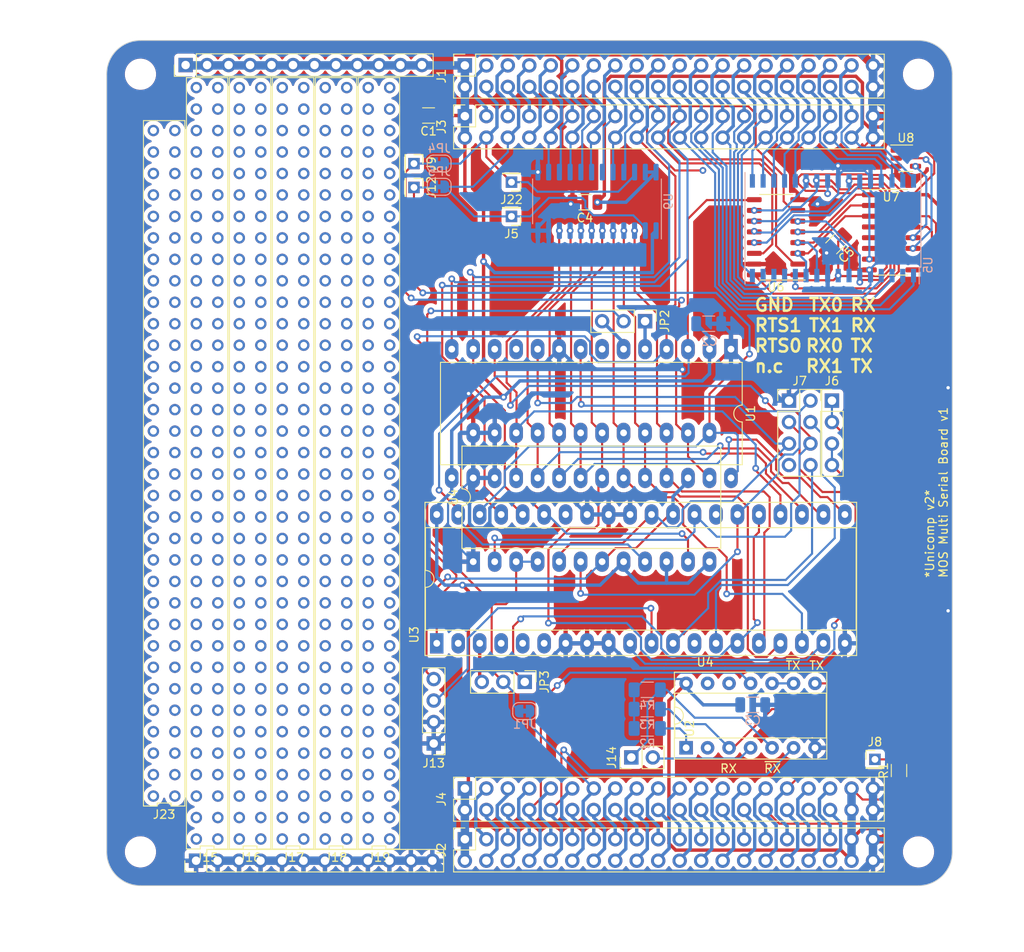
<source format=kicad_pcb>
(kicad_pcb (version 20221018) (generator pcbnew)
  (layers (0 "F.Cu" signal) (31 "B.Cu" signal) (34 "B.Paste" user) (35 "F.Paste" user) (36 "B.SilkS" user "B.Silkscreen") (37 "F.SilkS" user "F.Silkscreen") (38 "B.Mask" user) (39 "F.Mask" user) (44 "Edge.Cuts" user))
  (net 0 "")
  (net 1 "/~{RST}")
  (net 2 "GND")
  (net 3 "/D7")
  (net 4 "/D6")
  (net 5 "/D5")
  (net 6 "/D4")
  (net 7 "/D3")
  (net 8 "/D2")
  (net 9 "/D1")
  (net 10 "/D0")
  (net 11 "+5V")
  (net 12 "/A15")
  (net 13 "/A14")
  (net 14 "/A13")
  (net 15 "/A12")
  (net 16 "/A11")
  (net 17 "/A10")
  (net 18 "/A9")
  (net 19 "/A8")
  (net 20 "/A7")
  (net 21 "/A6")
  (net 22 "/A5")
  (net 23 "/A4")
  (net 24 "/A3")
  (net 25 "/A2")
  (net 26 "/A1")
  (net 27 "/A0")
  (net 28 "/TDI")
  (net 29 "/TMS")
  (net 30 "/TCK")
  (net 31 "+3V3")
  (net 32 "/TDO")
  (net 33 "/CLKF")
  (net 34 "/CLKS")
  (net 35 "/MOSI")
  (net 36 "/SCK")
  (net 37 "/~{IOWR}")
  (net 38 "/~{MWR}")
  (net 39 "/~{MRD}")
  (net 40 "/R{slash}~{W}_e")
  (net 41 "/~{IORD}")
  (net 42 "/PHI2_e")
  (net 43 "/PHI1_e")
  (net 44 "/~{PH0}")
  (net 45 "/PH0")
  (net 46 "/RX1")
  (net 47 "/RES1")
  (net 48 "/TX1")
  (net 49 "/RES0")
  (net 50 "/TX3")
  (net 51 "/RX3")
  (net 52 "/TX2")
  (net 53 "/RX2")
  (net 54 "/Bus/TDRTN")
  (net 55 "Net-(U7-RCLK)")
  (net 56 "/~{BUSFREE}")
  (net 57 "/~{RAMWE13}")
  (net 58 "/TX1#")
  (net 59 "Net-(U5-I{slash}O0)")
  (net 60 "Net-(U5-I{slash}O1)")
  (net 61 "Net-(U5-I{slash}O2)")
  (net 62 "Net-(U5-I{slash}O3)")
  (net 63 "/~{RAM_WE}")
  (net 64 "Net-(U5-I{slash}O4)")
  (net 65 "Net-(U5-I{slash}O5)")
  (net 66 "Net-(U5-I{slash}O6)")
  (net 67 "Net-(U5-I{slash}O7)")
  (net 68 "/A16")
  (net 69 "/A17")
  (net 70 "/A18")
  (net 71 "/A19")
  (net 73 "/~{RX1}")
  (net 74 "/RX1#")
  (net 75 "/~{TX1}")
  (net 76 "/~{RX1}'")
  (net 77 "/~{RAMWE12}")
  (net 78 "/~{RAMWE11}")
  (net 79 "/~{RAMWE10}")
  (net 80 "/~{RAMWE9}")
  (net 81 "/TX0A")
  (net 82 "/~{RTS1}")
  (net 83 "/TX1A")
  (net 84 "/~{RTS0}")
  (net 85 "/RX0A")
  (net 87 "/RX1A")
  (net 88 "/SERCLK")
  (net 89 "Net-(JP2-A)")
  (net 90 "Net-(JP2-B)")
  (net 91 "Net-(JP3-A)")
  (net 92 "Net-(JP3-B)")
  (net 93 "/~{CS_ACIA}")
  (net 96 "/~{IRQ}")
  (net 97 "/E")
  (net 98 "/RW")
  (net 103 "/~{IRQ1}")
  (net 107 "/~{CS_ACIA2}")
  (net 108 "Net-(R2-Pad2)")
  (net 109 "Net-(U2-Pad13)")
  (net 110 "Net-(U2-Pad12)")
  (net 111 "Net-(U2-Pad2)")
  (net 536 "/~{RAMWE8}")
  (net 537 "/~{RAMWE7}")
  (net 538 "/~{RAMWE6}")
  (net 539 "/~{RAMWE5}")
  (net 540 "/~{RAMWE4}")
  (net 541 "/~{RAMWE3}")
  (net 542 "/~{RAMWE2}")
  (net 543 "/~{RAMWE1}")
  (net 544 "/~{RAMWE0}")
  (net 545 "/Bus/DB0")
  (net 546 "/Bus/DB1")
  (net 547 "/Bus/DB2")
  (net 548 "/Bus/DB3")
  (net 549 "/Bus/DB4")
  (net 550 "/Bus/DB5")
  (net 551 "/Bus/DB6")
  (net 552 "/Bus/DB7")
  (footprint "Connector_PinHeader_2.54mm:PinHeader_1x03_P2.54mm_Vertical" (layer "F.Cu") (at 146.7818 121.239 -90)
    (fp_text reference "JP3")
    (fp_text value "CLK")
  )
  (footprint "Capacitor_SMD:C_1206_3216Metric" (layer "F.Cu") (at 153.8968 64.4906 180)
    (fp_text reference "C4")
    (fp_text value "100n")
  )
  (footprint "Connector_PinSocket_2.54mm:PinSocket_2x20_P2.54mm_Vertical" (layer "F.Cu") (at 139.7 48.303005 90)
    (fp_text reference "J1")
    (fp_text value "BUS")
  )
  (footprint "Connector_PinHeader_2.54mm:PinHeader_1x04_P2.54mm_Vertical" (layer "F.Cu") (at 183.1038 87.965)
    (fp_text reference "J6")
    (fp_text value "Conn_01x04")
  )
  (footprint "Connector_PinSocket_2.54mm:PinSocket_2x20_P2.54mm_Vertical" (layer "F.Cu") (at 139.7 133.849005 90)
    (fp_text reference "J4")
    (fp_text value "BUS")
  )
  (footprint "my_own_conn:Proto_2x36" (layer "F.Cu") (at 124.46 95.377)
    (fp_text reference "J18")
    (fp_text value "Conn_02x36_Counter_Clockwise")
  )
  (footprint "Connector_PinHeader_2.00mm:PinHeader_1x01_P2.00mm_Vertical" (layer "F.Cu") (at 145.2118 66.167 180)
    (fp_text reference "J5")
    (fp_text value "Conn_01x01")
  )
  (footprint "Package_SO:SO-16_3.9x9.9mm_P1.27mm" (layer "F.Cu") (at 176.4908 68.632871 180)
    (fp_text reference "U6")
    (fp_text value "74LVC253")
  )
  (footprint "my_own_conn:Proto_2x36" (layer "F.Cu") (at 119.38 95.377)
    (fp_text reference "J17")
    (fp_text value "Conn_02x36_Counter_Clockwise")
  )
  (footprint "Package_TO_SOT_SMD:SOT-23-5" (layer "F.Cu") (at 191.8462 59.2836)
    (fp_text reference "U8")
    (fp_text value "74AHC1G14")
  )
  (footprint "Connector_PinHeader_2.00mm:PinHeader_1x01_P2.00mm_Vertical" (layer "F.Cu") (at 133.6802 59.9186 -90)
    (fp_text reference "J9")
    (fp_text value "Conn_01x01")
  )
  (footprint "Connector_PinHeader_2.54mm:PinHeader_2x04_P2.54mm_Vertical" (layer "F.Cu") (at 178.0238 87.965)
    (fp_text reference "J7")
    (fp_text value "Conn_02x04_Odd_Even")
  )
  (footprint "Connector_PinHeader_2.54mm:PinHeader_1x12_P2.54mm_Vertical" (layer "F.Cu") (at 107.917 142.389005 90)
    (fp_text reference "J20" hide)
    (fp_text value "Conn_01x12" hide)
  )
  (footprint "Capacitor_SMD:C_1206_3216Metric" (layer "F.Cu") (at 183.513417 69.445183 -135)
    (fp_text reference "C5")
    (fp_text value "100n")
  )
  (footprint "Connector_PinSocket_2.54mm:PinSocket_2x20_P2.54mm_Vertical" (layer "F.Cu") (at 139.7 139.849005 90)
    (fp_text reference "J2")
    (fp_text value "BUS")
  )
  (footprint "Connector_PinHeader_2.54mm:PinHeader_1x04_P2.54mm_Vertical" (layer "F.Cu") (at 136.017 128.524 180)
    (fp_text reference "J13")
    (fp_text value "Conn_01x04")
  )
  (footprint "my_own_conn:Proto_2x36" (layer "F.Cu") (at 114.3 95.377)
    (fp_text reference "J16")
    (fp_text value "Conn_02x36_Counter_Clockwise")
  )
  (footprint "Package_DIP:DIP-24_W15.24mm_LongPads" (layer "F.Cu") (at 140.6858 107.015 90)
    (fp_text reference "U4")
    (fp_text value "MC6850")
  )
  (footprint "my_own_conn:Proto_2x36" (layer "F.Cu") (at 109.22 95.377)
    (fp_text reference "J15")
    (fp_text value "Conn_02x36_Counter_Clockwise")
  )
  (footprint "MountingHole:MountingHole_3.2mm_M3" (layer "F.Cu") (at 193.34 49.346005)
    (fp_text reference "H3" hide)
    (fp_text value "MountingHole" hide)
  )
  (footprint "Connector_PinHeader_2.54mm:PinHeader_1x02_P2.54mm_Vertical" (layer "F.Cu") (at 159.385 130.175 90)
    (fp_text reference "J14")
    (fp_text value "Conn_01x02")
  )
  (footprint "Package_DIP:DIP-40_W15.24mm_Socket_LongPads" (layer "F.Cu") (at 136.3728 116.672 90)
    (fp_text reference "U3")
    (fp_text value "65C52")
  )
  (footprint "Package_DIP:DIP-28_W15.24mm_LongPads" (layer "F.Cu") (at 171.1658 81.869 -90)
    (fp_text reference "U1")
    (fp_text value "6551")
  )
  (footprint "Connector_PinSocket_2.54mm:PinSocket_2x20_P2.54mm_Vertical" (layer "F.Cu") (at 139.7 54.303005 90)
    (fp_text reference "J3")
    (fp_text value "BUS" hide)
  )
  (footprint "Connector_PinHeader_2.54mm:PinHeader_1x03_P2.54mm_Vertical" (layer "F.Cu") (at 161.0058 78.567 -90)
    (fp_text reference "JP2")
    (fp_text value "Jumper_3_Open")
  )
  (footprint "MountingHole:MountingHole_3.2mm_M3" (layer "F.Cu") (at 101.34 49.346005)
    (fp_text reference "H1" hide)
    (fp_text value "MountingHole" hide)
  )
  (footprint "Package_SO:SO-16_3.9x9.9mm_P1.27mm" (layer "F.Cu") (at 190.1052 68.048671)
    (fp_text reference "U7")
    (fp_text value "74LVC595")
  )
  (footprint "Capacitor_SMD:C_1206_3216Metric" (layer "F.Cu") (at 135.4074 54.229 180)
    (fp_text reference "C1")
    (fp_text value "100n")
  )
  (footprint "Connector_PinHeader_2.00mm:PinHeader_1x01_P2.00mm_Vertical" (layer "F.Cu") (at 188.1886 130.4036)
    (fp_text reference "J8")
    (fp_text value ".")
  )
  (footprint "Connector_PinHeader_2.00mm:PinHeader_1x01_P2.00mm_Vertical" (layer "F.Cu") (at 145.2118 62.117 180)
    (fp_text reference "J22")
    (fp_text value "Conn_01x01")
  )
  (footprint "MountingHole:MountingHole_3.2mm_M3" (layer "F.Cu") (at 101.34 141.346005)
    (fp_text reference "H2" hide)
    (fp_text value "MountingHole" hide)
  )
  (footprint "my_own_conn:Proto_2x32" (layer "F.Cu") (at 104.044999 95.282)
    (fp_text reference "J23")
    (fp_text value "Conn_02x32_Counter_Clockwise")
  )
  (footprint "Connector_PinHeader_2.00mm:PinHeader_1x01_P2.00mm_Vertical" (layer "F.Cu") (at 133.6802 62.738 -90)
    (fp_text reference "J12")
    (fp_text value "Conn_01x01")
  )
  (footprint "Connector_PinHeader_2.54mm:PinHeader_1x12_P2.54mm_Vertical" (layer "F.Cu") (at 106.68 48.26 90)
    (fp_text reference "J21" hide)
    (fp_text value "Conn_01x12" hide)
  )
  (footprint "my_own_conn:Proto_2x36" (layer "F.Cu") (at 129.54 95.377)
    (fp_text reference "J19")
    (fp_text value "Conn_02x36_Counter_Clockwise")
  )
  (footprint "MountingHole:MountingHole_3.2mm_M3" (layer "F.Cu") (at 193.34 141.346005)
    (fp_text reference "H4" hide)
    (fp_text value "MountingHole" hide)
  )
  (footprint "Resistor_SMD:R_1206_3216Metric_Pad1.30x1.75mm_HandSolder" (layer "F.Cu") (at 191.0334 131.7238 90)
    (fp_text reference "R1")
    (fp_text value "10k")
  )
  (footprint "Package_DIP:DIP-14_W7.62mm_Socket" (layer "F.Cu") (at 165.862 129.032 90)
    (fp_text reference "U2")
    (fp_text value "74HC14")
  )
  (footprint "Capacitor_SMD:C_1206_3216Metric" (layer "B.Cu") (at 168.529 78.867)
    (fp_text reference "C2")
    (fp_text value "100n")
  )
  (footprint "Package_SO:TSOP-II-32_21.0x10.2mm_P1.27mm" (layer "B.Cu") (at 183.2218 67.566071 90)
    (fp_text reference "U5")
    (fp_text value "IS63WV1288DBLL-10xLI" hide)
  )
  (footprint "Jumper:SolderJumper-2_P1.3mm_Bridged_RoundedPad1.0x1.5mm" (layer "B.Cu") (at 146.7612 124.6886)
    (fp_text reference "JP1")
    (fp_text value "PH2")
  )
  (footprint "Package_SO:SO-24_5.3x15mm_P1.27mm" (layer "B.Cu") (at 155.321 64.389 90)
    (fp_text reference "U9")
    (fp_text value "SN74LVCC4245ANSR")
  )
  (footprint "Jumper:SolderJumper-2_P1.3mm_Bridged_RoundedPad1.0x1.5mm" (layer "B.Cu") (at 136.667 62.6618 180)
    (fp_text reference "JP5")
    (fp_text value "R/W")
  )
  (footprint "Resistor_SMD:R_1206_3216Metric_Pad1.30x1.75mm_HandSolder" (layer "B.Cu") (at 161.264 126.746)
    (fp_text reference "R2")
    (fp_text value "1k")
  )
  (footprint "Resistor_SMD:R_1206_3216Metric_Pad1.30x1.75mm_HandSolder" (layer "B.Cu") (at 161.264 124.46)
    (fp_text reference "R3")
    (fp_text value "1k")
  )
  (footprint "Capacitor_SMD:C_1206_3216Metric" (layer "B.Cu") (at 173.736 123.952)
    (fp_text reference "C3")
    (fp_text value "100n")
  )
  (footprint "Jumper:SolderJumper-2_P1.3mm_Bridged_RoundedPad1.0x1.5mm" (layer "B.Cu") (at 136.6624 59.9186 180)
    (fp_text reference "JP4")
    (fp_text value "PH2")
  )
  (footprint "Resistor_SMD:R_1206_3216Metric_Pad1.30x1.75mm_HandSolder" (layer "B.Cu") (at 161.264 122.174)
    (fp_text reference "R4")
    (fp_text value "1k")
  )
  (gr_line (start 97.34 49.346005) (end 97.34 141.346005) (stroke (width 0.1)) (layer "Edge.Cuts"))
  (gr_arc (start 97.34 49.346005) (mid 98.511573 46.517578) (end 101.34 45.346005) (stroke (width 0.1)) (layer "Edge.Cuts"))
  (gr_arc (start 193.34 45.346005) (mid 196.168427 46.517578) (end 197.34 49.346005) (stroke (width 0.1)) (layer "Edge.Cuts"))
  (gr_arc (start 197.34 141.346005) (mid 196.168427 144.174432) (end 193.34 145.346005) (stroke (width 0.1)) (layer "Edge.Cuts"))
  (gr_line (start 197.34 141.351) (end 197.34 49.346005) (stroke (width 0.1)) (layer "Edge.Cuts"))
  (gr_line (start 193.34 45.346005) (end 101.34 45.346005) (stroke (width 0.1)) (layer "Edge.Cuts"))
  (gr_arc (start 101.34 145.346005) (mid 98.511573 144.174432) (end 97.34 141.346005) (stroke (width 0.1)) (layer "Edge.Cuts"))
  (gr_line (start 193.34 145.346005) (end 101.34 145.346005) (stroke (width 0.1)) (layer "Edge.Cuts"))
  (gr_text "~{TX}" (at 177.546 119.888) (layer "F.SilkS") (effects (font (size 1 1)) (justify left bottom)))
  (gr_text "RX\nRX\nTX\nTX\n" (at 185.1406 80.264) (layer "F.SilkS") (effects (font (size 1.5 1.5) (thickness 0.3)) (justify left)))
  (gr_text "TX" (at 180.34 119.888) (layer "F.SilkS") (effects (font (size 1 1)) (justify left bottom)))
  (gr_text "*Unicomp v2*\nMOS Multi Serial Board v1" (at 195.4784 109.0168 90) (layer "F.SilkS") (effects (font (size 1 1)) (justify left)))
  (gr_text "GND\nRTS1 \nRTS0\nn.c " (at 173.8122 80.264) (layer "F.SilkS") (effects (font (size 1.5 1.5) (thickness 0.3)) (justify left)))
  (gr_text "~{RX}" (at 175.006 132.08) (layer "F.SilkS") (effects (font (size 1 1)) (justify left bottom)))
  (gr_text "U4" (at 168.1178 118.909) (layer "F.SilkS") (effects (font (size 1 1))))
  (gr_text "TX0 \nTX1 \nRX0 \nRX1 " (at 185.7502 80.264) (layer "F.SilkS") (effects (font (size 1.5 1.5) (thickness 0.3)) (justify right)))
  (gr_text "RX\n" (at 169.799 132.08) (layer "F.SilkS") (effects (font (size 1 1)) (justify left bottom)))
  (segment (start 164.592 76.5968) (end 163.5458 77.643) (width 0.25) (layer "F.Cu") (net 1))
  (segment (start 134.0612 80.7466) (end 134.6708 81.3562) (width 0.25) (layer "F.Cu") (net 1))
  (segment (start 134.0612 80.391) (end 134.0612 80.7466) (width 0.25) (layer "F.Cu") (net 1))
  (segment (start 136.3728 116.672) (end 136.3728 111.4296) (width 0.25) (layer "F.Cu") (net 1))
  (segment (start 134.6708 104.5718) (end 134.6708 81.3562) (width 0.25) (layer "F.Cu") (net 1))
  (segment (start 163.5458 77.643) (end 163.5458 81.869) (width 0.25) (layer "F.Cu") (net 1))
  (segment (start 138.684 109.1184) (end 138.684 108.585) (width 0.25) (layer "F.Cu") (net 1))
  (segment (start 164.592 61.415005) (end 164.592 76.5968) (width 0.25) (layer "F.Cu") (net 1))
  (segment (start 136.3728 111.4296) (end 138.684 109.1184) (width 0.25) (layer "F.Cu") (net 1))
  (segment (start 138.684 108.585) (end 134.6708 104.5718) (width 0.25) (layer "F.Cu") (net 1))
  (segment (start 160.02 56.843005) (end 164.592 61.415005) (width 0.25) (layer "F.Cu") (net 1))
  (via (at 134.0612 80.391) (size 0.8) (drill 0.4) (layers "F.Cu" "B.Cu") (net 1))
  (segment (start 161.273253 53.298339) (end 161.273253 55.505419) (width 0.4) (layer "B.Cu") (net 1))
  (segment (start 161.273253 55.505419) (end 160.02 56.758672) (width 0.4) (layer "B.Cu") (net 1))
  (segment (start 160.02 50.843005) (end 160.02 52.045086) (width 0.4) (layer "B.Cu") (net 1))
  (segment (start 134.1082 80.344) (end 134.0612 80.391) (width 0.25) (layer "B.Cu") (net 1))
  (segment (start 155.4538 83.394) (end 154.5108 82.451) (width 0.25) (layer "B.Cu") (net 1))
  (segment (start 160.02 52.045086) (end 161.273253 53.298339) (width 0.4) (layer "B.Cu") (net 1))
  (segment (start 154.5108 81.00301) (end 153.85179 80.344) (width 0.25) (layer "B.Cu") (net 1))
  (segment (start 163.5458 81.869) (end 162.0208 83.394) (width 0.25) (layer "B.Cu") (net 1))
  (segment (start 162.0208 83.394) (end 155.4538 83.394) (width 0.25) (layer "B.Cu") (net 1))
  (segment (start 154.5108 82.451) (end 154.5108 81.00301) (width 0.25) (layer "B.Cu") (net 1))
  (segment (start 153.85179 80.344) (end 134.1082 80.344) (width 0.25) (layer "B.Cu") (net 1))
  (segment (start 138.6078 46.753005) (end 133.9324 51.428405) (width 0.4) (layer "F.Cu") (net 2))
  (segment (start 193.726397 54.303005) (end 187.96 54.303005) (width 1) (layer "F.Cu") (net 2))
  (segment (start 171.1658 81.869) (end 168.760947 84.273853) (width 0.4) (layer "F.Cu") (net 2))
  (segment (start 176.024 71.807871) (end 173.9158 71.807871) (width 0.25) (layer "F.Cu") (net 2))
  (segment (start 187.96 58.270851) (end 187.96 56.843005) (width 0.25) (layer "F.Cu") (net 2))
  (segment (start 181.393 64.695871) (end 180.963992 64.266863) (width 0.25) (layer "F.Cu") (net 2))
  (segment (start 179.0658 73.077871) (end 179.880729 73.077871) (width 0.25) (layer "F.Cu") (net 2))
  (segment (start 140.6858 87.676) (end 140.1318 87.122) (width 0.4) (layer "F.Cu") (net 2))
  (segment (start 196.84 57.416608) (end 193.726397 54.303005) (width 1) (layer "F.Cu") (net 2))
  (segment (start 179.880729 73.077871) (end 182.470434 70.488166) (width 0.25) (layer "F.Cu") (net 2))
  (segment (start 189.162081 139.849005) (end 196.84 132.171086) (width 1) (layer "F.Cu") (net 2))
  (segment (start 196.84 132.171086) (end 196.84 112.8268) (width 1) (layer "F.Cu") (net 2))
  (segment (start 133.9324 51.428405) (end 133.9324 54.229) (width 0.4) (layer "F.Cu") (net 2))
  (segment (start 152.1099 64.7004) (end 152.213576 64.7004) (width 0.4) (layer "F.Cu") (net 2))
  (segment (start 151.15 47.738205) (end 151.15 63.636824) (width 0.4) (layer "F.Cu") (net 2))
  (segment (start 184.630405 60.1726) (end 183.8198 60.1726) (width 0.25) (layer "F.Cu") (net 2))
  (segment (start 187.96 56.843005) (end 184.630405 60.1726) (width 0.25) (layer "F.Cu") (net 2))
  (segment (start 196.84 86.4362) (end 196.84 57.416608) (width 1) (layer "F.Cu") (net 2))
  (segment (start 177.294 73.077871) (end 176.024 71.807871) (width 0.25) (layer "F.Cu") (net 2))
  (segment (start 189.922749 60.2336) (end 187.96 58.270851) (width 0.25) (layer "F.Cu") (net 2))
  (segment (start 187.96 139.849005) (end 189.162081 139.849005) (width 1) (layer "F.Cu") (net 2))
  (segment (start 180.963992 64.266863) (end 179.144792 64.266863) (width 0.25) (layer "F.Cu") (net 2))
  (segment (start 140.6858 91.775) (end 140.6858 97.109) (width 0.25) (layer "F.Cu") (net 2))
  (segment (start 148.336 60.9265) (end 152.1099 64.7004) (width 0.4) (layer "F.Cu") (net 2))
  (segment (start 150.1648 46.753005) (end 151.15 47.738205) (width 0.4) (layer "F.Cu") (net 2))
  (segment (start 187.96 48.303005) (end 186.41 46.753005) (width 1) (layer "F.Cu") (net 2))
  (segment (start 143.2258 91.775) (end 143.2258 97.109) (width 0.25) (layer "F.Cu") (net 2))
  (segment (start 168.760947 84.273853) (end 165.428215 84.273853) (width 0.4) (layer "F.Cu") (net 2))
  (segment (start 190.7087 60.2336) (end 189.922749 60.2336) (width 0.25) (layer "F.Cu") (net 2))
  (segment (start 196.84 112.8268) (end 196.84 86.4362) (width 1) (layer "F.Cu") (net 2))
  (segment (start 179.0658 73.077871) (end 177.294 73.077871) (width 0.25) (layer "F.Cu") (net 2))
  (segment (start 150.1648 46.753005) (end 138.6078 46.753005) (width 1) (layer "F.Cu") (net 2))
  (segment (start 151.15 63.636824) (end 152.213576 64.7004) (width 0.4) (layer "F.Cu") (net 2))
  (segment (start 140.6858 91.775) (end 140.6858 87.676) (width 0.4) (layer "F.Cu") (net 2))
  (segment (start 186.41 46.753005) (end 150.1648 46.753005) (width 1) (layer "F.Cu") (net 2))
  (via (at 181.393 64.695871) (size 0.8) (drill 0.4) (layers "F.Cu" "B.Cu") (net 2))
  (via (at 165.428215 84.273853) (size 0.8) (drill 0.4) (layers "F.Cu" "B.Cu") (net 2))
  (via (at 182.470434 70.488166) (size 0.8) (drill 0.4) (layers "F.Cu" "B.Cu") (net 2))
  (via (at 140.1318 87.122) (size 0.8) (drill 0.4) (layers "F.Cu" "B.Cu") (net 2))
  (via (at 196.84 86.4362) (size 0.8) (drill 0.4) (layers "F.Cu" "B.Cu") (net 2))
  (via (at 148.336 60.9265) (size 0.8) (drill 0.4) (layers "F.Cu" "B.Cu") (net 2))
  (via (at 196.84 112.8268) (size 0.8) (drill 0.4) (layers "F.Cu" "B.Cu") (net 2))
  (via (at 187.5302 72.493693) (size 0.8) (drill 0.4) (layers "F.Cu" "B.Cu") (net 2))
  (via (at 183.8198 60.1726) (size 0.8) (drill 0.4) (layers "F.Cu" "B.Cu") (net 2))
  (via (at 152.213576 64.7004) (size 0.8) (drill 0.4) (layers "F.Cu" "B.Cu") (net 2))
  (segment (start 186.985 60.784271) (end 184.3902 60.784271) (width 0.25) (layer "B.Cu") (net 2))
  (segment (start 140.6858 91.775) (end 143.2258 91.775) (width 0.25) (layer "B.Cu") (net 2))
  (segment (start 187.96 48.26) (end 187.96 50.8) (width 1) (layer "B.Cu") (net 2))
  (segment (start 148.336 67.4278) (end 151.0634 64.7004) (width 0.4) (layer "B.Cu") (net 2))
  (segment (start 163.251556 119.617) (end 159.6378 119.617) (width 0.4) (layer "B.Cu") (net 2))
  (segment (start 183.8468 61.966071) (end 183.8468 63.562871) (width 0.25) (layer "B.Cu") (net 2))
  (segment (start 137.7128 100.082) (end 140.6858 97.109) (width 0.25) (layer "B.Cu") (net 2))
  (segment (start 142.6528 102.329056) (end 141.949856 103.032) (width 0.4) (layer "B.Cu") (net 2))
  (segment (start 151.0634 64.7004) (end 152.213576 64.7004) (width 0.4) (layer "B.Cu") (net 2))
  (segment (start 149.2458 83.469) (end 143.7848 83.469) (width 0.4) (layer "B.Cu") (net 2))
  (segment (start 183.796 63.562871) (end 182.663 64.695871) (width 0.25) (layer "B.Cu") (net 2))
  (segment (start 183.8468 61.966071) (end 183.8468 60.1996) (width 0.25) (layer "B.Cu") (net 2))
  (segment (start 184.6328 117.472) (end 182.4878 119.617) (width 0.4) (layer "B.Cu") (net 2))
  (segment (start 186.7154 75.2094) (end 183.388 75.2094) (width 0.25) (layer "B.Cu") (net 2))
  (segment (start 187.6668 61.466071) (end 186.985 60.784271) (width 0.25) (layer "B.Cu") (net 2))
  (segment (start 170.449044 119.622) (end 163.256556 119.622) (width 0.4) (layer "B.Cu") (net 2))
  (segment (start 151.384 143.939005) (end 138.43 143.939005) (width 1) (layer "B.Cu") (net 2))
  (segment (start 151.6128 116.672) (end 148.390138 119.894662) (width 0.4) (layer "B.Cu") (net 2))
  (segment (start 184.6328 116.672) (end 188.214 116.672) (width 0.4) (layer "B.Cu") (net 2))
  (segment (start 183.388 75.2094) (end 182.5968 74.4182) (width 0.25) (layer "B.Cu") (net 2))
  (segment (start 192.3784 112.8268) (end 188.5332 116.672) (width 0.4) (layer "B.Cu") (net 2))
  (segment (start 152.5528 99.832) (end 143.495744 99.832) (width 0.4) (layer "B.Cu") (net 2))
  (segment (start 140.7668 103.032) (end 140.2528 102.518) (width 0.4) (layer "B.Cu") (net 2))
  (segment (start 187.96 142.389005) (end 186.41 143.939005) (width 1) (layer "B.Cu") (net 2))
  (segment (start 183.8468 60.1996) (end 183.8198 60.1726) (width 0.25) (layer "B.Cu") (net 2))
  (segment (start 137.922 122.535462) (end 137.922 126.619) (width 0.4) (layer "B.Cu") (net 2))
  (segment (start 176.53 123.952) (end 181.102 128.524) (width 0.4) (layer "B.Cu") (net 2))
  (segment (start 177.2618 87.965) (end 171.1658 81.869) (width 0.4) (layer "B.Cu") (net 2))
  (segment (start 186.41 143.939005) (end 151.384 143.939005) (width 1) (layer "B.Cu") (net 2))
  (segment (start 107.917 142.389005) (end 135.857 142.389005) (width 1) (layer "B.Cu") (net 2))
  (segment (start 187.6668 73.166071) (end 187.6668 74.258) (width 0.25) (layer "B.Cu") (net 2))
  (segment (start 183.8468 63.562871) (end 183.796 63.562871) (width 0.25) (layer "B.Cu") (net 2))
  (segment (start 182.5968 70.614532) (end 182.470434 70.488166) (width 0.25) (layer "B.Cu") (net 2))
  (segment (start 188.214 121.158) (end 181.102 128.27) (width 0.4) (layer "B.Cu") (net 2))
  (segment (start 187.6668 63.156) (end 188.2902 63.7794) (width 0.25) (layer "B.Cu") (net 2))
  (segment (start 188.2902 63.7794) (end 188.2902 71.733693) (width 0.25) (layer "B.Cu") (net 2))
  (segment (start 137.922 126.619) (end 136.017 128.524) (width 0.4) (layer "B.Cu") (net 2))
  (segment (start 153.250653 84.273853) (end 165.428215 84.273853) (width 0.4) (layer "B.Cu") (net 2))
  (segment (start 140.5628 119.894662) (end 137.922 122.535462) (width 0.4) (layer "B.Cu") (net 2))
  (segment (start 141.949856 103.032) (end 140.7668 103.032) (width 0.4) (layer "B.Cu") (net 2))
  (segment (start 135.857 142.389005) (end 137.407 143.939005) (width 1) (layer "B.Cu") (net 2))
  (segment (start 184.6328 116.672) (end 184.6328 117.472) (width 0.4) (layer "B.Cu") (net 2))
  (segment (start 182.5968 74.4182) (end 182.5968 73.166071) (width 0.25) (layer "B.Cu") (net 2))
  (segment (start 181.102 128.524) (end 181.102 129.032) (width 0.4) (layer "B.Cu") (net 2))
  (segment (start 143.7848 83.469) (end 140.1318 87.122) (width 0.4) (layer "B.Cu") (net 2))
  (segment (start 187.963253 56.849864) (end 187.963253 54.309864) (width 1) (layer "B.Cu") (net 2))
  (segment (start 182.4878 119.617) (end 170.454044 119.617) (width 0.4) (layer "B.Cu") (net 2))
  (segment (start 150.8458 81.869) (end 153.250653 84.273853) (width 0.4) (layer "B.Cu") (net 2))
  (segment (start 136.017 128.524) (end 136.017 125.984) (width 0.4) (layer "B.Cu") (net 2))
  (segment (start 181.102 128.27) (end 181.102 129.032) (width 0.4) (layer "B.Cu") (net 2))
  (segment (start 182.5968 73.166071) (end 182.5968 70.614532) (width 0.25) (layer "B.Cu") (net 2))
  (segment (start 178.0238 87.965) (end 179.5526 86.4362) (width 0.4) (layer "B.Cu") (net 2))
  (segment (start 171.1658 80.0288) (end 171.1658 81.869) (width 0.4) (layer "B.Cu") (net 2))
  (segment (start 163.256556 119.622) (end 163.251556 119.617) (width 0.4) (layer "B.Cu") (net 2))
  (segment (start 159.6378 119.617) (end 156.6928 116.672) (width 0.4) (layer "B.Cu") (net 2))
  (segment (start 184.3902 60.784271) (end 183.8468 61.327671) (width 0.25) (layer "B.Cu") (net 2))
  (segment (start 187.6668 61.966071) (end 187.6668 63.156) (width 0.25) (layer "B.Cu") (net 2))
  (segment (start 148.336 67.8515) (end 149.606 67.8515) (width 0.4) (layer "B.Cu") (net 2))
  (segment (start 159.2328 101.432) (end 154.1528 101.432) (width 0.4) (layer "B.Cu") (net 2))
  (segment (start 196.84 112.8268) (end 192.3784 112.8268) (width 0.4) (layer "B.Cu") (net 2))
  (segment (start 187.6668 74.258) (end 186.7154 75.2094) (width 0.25) (layer "B.Cu") (net 2))
  (segment (start 182.663 64.695871) (end 181.393 64.695871) (width 0.25) (layer "B.Cu") (net 2))
  (segment (start 178.0238 87.965) (end 177.2618 87.965) (width 0.4) (layer "B.Cu") (net 2))
  (segment (start 170.004 78.867) (end 171.1658 80.0288) (width 0.4) (layer "B.Cu") (net 2))
  (segment (start 148.390138 119.894662) (end 140.5628 119.894662) (width 0.4) (layer "B.Cu") (net 2))
  (segment (start 142.6528 100.674944) (end 142.6528 102.329056) (width 0.4) (layer "B.Cu") (net 2))
  (segment (start 140.6858 107.015) (end 137.7128 104.042) (width 0.25) (layer "B.Cu") (net 2))
  (segment (start 150.8458 81.869) (end 149.2458 83.469) (width 0.4) (layer "B.Cu") (net 2))
  (segment (start 175.211 123.952) (end 176.53 123.952) (width 0.4) (layer "B.Cu") (net 2))
  (segment (start 140.2528 102.518) (end 140.2528 97.542) (width 0.4) (layer "B.Cu") (net 2))
  (segment (start 170.454044 119.617) (end 170.449044 119.622) (width 0.4) (layer "B.Cu") (net 2))
  (segment (start 179.5526 86.4362) (end 196.84 86.4362) (width 0.4) (layer "B.Cu") (net 2))
  (segment (start 137.407 143.939005) (end 138.43 143.939005) (width 1) (layer "B.Cu") (net 2))
  (segment (start 188.2902 71.733693) (end 187.5302 72.493693) (width 0.25) (layer "B.Cu") (net 2))
  (segment (start 154.1528 101.432) (end 152.5528 99.832) (width 0.4) (layer "B.Cu") (net 2))
  (segment (start 137.7128 104.042) (end 137.7128 100.082) (width 0.25) (layer "B.Cu") (net 2))
  (segment (start 188.5332 116.672) (end 188.214 116.672) (width 0.4) (layer "B.Cu") (net 2))
  (segment (start 187.96 133.849005) (end 187.96 142.389005) (width 1) (layer "B.Cu") (net 2))
  (segment (start 148.336 67.8515) (end 148.336 67.4278) (width 0.4) (layer "B.Cu") (net 2))
  (segment (start 187.963253 54.309864) (end 187.963253 48.309864) (width 1) (layer "B.Cu") (net 2))
  (segment (start 143.495744 99.832) (end 142.6528 100.674944) (width 0.4) (layer "B.Cu") (net 2))
  (segment (start 156.6928 117.077584) (end 156.6928 117.434) (width 0.4) (layer "B.Cu") (net 2))
  (segment (start 188.214 116.672) (end 188.214 121.158) (width 0.4) (layer "B.Cu") (net 2))
  (segment (start 156.6928 116.672) (end 151.6128 116.672) (width 0.4) (layer "B.Cu") (net 2))
  (segment (start 175.0518 98.709) (end 175.7378 99.395) (width 0.25) (layer "F.Cu") (net 3))
  (segment (start 175.7378 99.395) (end 175.7378 102.951) (width 0.25) (layer "F.Cu") (net 3))
  (segment (start 163.783912 97.109) (end 165.383912 98.709) (width 0.25) (layer "F.Cu") (net 3))
  (segment (start 162.4208 77.632) (end 159.766 74.9772) (width 0.25) (layer "F.Cu") (net 3))
  (segment (start 175.7378 102.951) (end 175.1076 103.5812) (width 0.25) (layer "F.Cu") (net 3))
  (segment (start 175.1076 116.0372) (end 174.4728 116.672) (width 0.25) (layer "F.Cu") (net 3))
  (segment (start 163.5458 91.775) (end 162.4208 90.65) (width 0.25) (layer "F.Cu") (net 3))
  (segment (start 159.766 74.9772) (end 159.766 67.8515) (width 0.25) (layer "F.Cu") (net 3))
  (segment (start 165.383912 98.709) (end 175.0518 98.709) (width 0.25) (layer "F.Cu") (net 3))
  (segment (start 175.1076 103.5812) (end 175.1076 116.0372) (width 0.25) (layer "F.Cu") (net 3))
  (segment (start 163.5458 97.109) (end 163.5458 91.775) (width 0.25) (layer "F.Cu") (net 3))
  (segment (start 162.4208 90.65) (end 162.4208 77.632) (width 0.25) (layer "F.Cu") (net 3))
  (via (at 159.766 67.8515) (size 0.8) (drill 0.4) (layers "F.Cu" "B.Cu") (net 3))
  (segment (start 159.8308 78.0682) (end 158.496 76.7334) (width 0.25) (layer "F.Cu") (net 4))
  (segment (start 162.6918 98.795) (end 164.621384 98.795) (width 0.25) (layer "F.Cu") (net 4))
  (segment (start 159.8308 90.6) (end 159.8308 78.0682) (width 0.25) (layer "F.Cu") (net 4))
  (segment (start 161.0058 97.109) (end 162.6918 98.795) (width 0.25) (layer "F.Cu") (net 4))
  (segment (start 158.496 76.7334) (end 158.496 67.8515) (width 0.25) (layer "F.Cu") (net 4))
  (segment (start 165.135384 99.309) (end 171.9168 99.309) (width 0.25) (layer "F.Cu") (net 4))
  (segment (start 164.621384 98.795) (end 165.135384 99.309) (width 0.25) (layer "F.Cu") (net 4))
  (segment (start 175.397 118.2878) (end 177.0128 116.672) (width 0.25) (layer "F.Cu") (net 4))
  (segment (start 171.9168 99.309) (end 173.1598 100.552) (width 0.25) (layer "F.Cu") (net 4))
  (segment (start 161.0058 91.775) (end 159.8308 90.6) (width 0.25) (layer "F.Cu") (net 4))
  (segment (start 173.1598 117.34999) (end 174.09761 118.2878) (width 0.25) (layer "F.Cu") (net 4))
  (segment (start 161.0058 91.775) (end 161.0058 97.109) (width 0.25) (layer "F.Cu") (net 4))
  (segment (start 173.1598 100.552) (end 173.1598 117.34999) (width 0.25) (layer "F.Cu") (net 4))
  (segment (start 174.09761 118.2878) (end 175.397 118.2878) (width 0.25) (layer "F.Cu") (net 4))
  (via (at 158.496 67.8515) (size 0.8) (drill 0.4) (layers "F.Cu" "B.Cu") (net 4))
  (segment (start 165.5128 100.534944) (end 165.5128 102.632) (width 0.25) (layer "F.Cu") (net 5))
  (segment (start 165.5128 102.632) (end 168.2958 105.415) (width 0.25) (layer "F.Cu") (net 5))
  (segment (start 168.2958 105.415) (end 169.5658 105.415) (width 0.25) (layer "F.Cu") (net 5))
  (segment (start 158.4658 97.109) (end 158.4658 91.775) (width 0.25) (layer "F.Cu") (net 5))
  (segment (start 157.2908 90.6) (end 157.2908 67.9163) (width 0.25) (layer "F.Cu") (net 5))
  (segment (start 160.7518 99.395) (end 164.372856 99.395) (width 0.25) (layer "F.Cu") (net 5))
  (segment (start 157.2908 67.9163) (end 157.226 67.8515) (width 0.25) (layer "F.Cu") (net 5))
  (segment (start 169.5658 105.415) (end 170.6578 106.507) (width 0.25) (layer "F.Cu") (net 5))
  (segment (start 158.4658 97.109) (end 160.7518 99.395) (width 0.25) (layer "F.Cu") (net 5))
  (segment (start 170.6578 106.507) (end 170.6578 110.825) (width 0.25) (layer "F.Cu") (net 5))
  (segment (start 158.4658 91.775) (end 157.2908 90.6) (width 0.25) (layer "F.Cu") (net 5))
  (segment (start 164.372856 99.395) (end 165.5128 100.534944) (width 0.25) (layer "F.Cu") (net 5))
  (via (at 157.226 67.8515) (size 0.8) (drill 0.4) (layers "F.Cu" "B.Cu") (net 5))
  (via (at 170.6578 110.825) (size 0.8) (drill 0.4) (layers "F.Cu" "B.Cu") (net 5))
  (segment (start 179.5528 116.672) (end 179.5528 113.1318) (width 0.25) (layer "B.Cu") (net 5))
  (segment (start 177.246 110.825) (end 170.6578 110.825) (width 0.25) (layer "B.Cu") (net 5))
  (segment (start 179.5528 113.1318) (end 177.246 110.825) (width 0.25) (layer "B.Cu") (net 5))
  (segment (start 155.9306 67.8769) (end 155.956 67.8515) (width 0.25) (layer "F.Cu") (net 6))
  (segment (start 149.5806 105.561256) (end 149.5806 114.2746) (width 0.25) (layer "F.Cu") (net 6))
  (segment (start 155.9306 72.243184) (end 155.9306 67.8769) (width 0.25) (layer "F.Cu") (net 6))
  (segment (start 155.0828 103.032) (end 152.109856 103.032) (width 0.25) (layer "F.Cu") (net 6))
  (segment (start 154.7042 73.469584) (end 155.9306 72.243184) (width 0.25) (layer "F.Cu") (net 6))
  (segment (start 182.0928 116.672) (end 182.0928 117.160829) (width 0.25) (layer "F.Cu") (net 6))
  (segment (start 155.9258 91.775) (end 155.9258 97.109) (width 0.25) (layer "F.Cu") (net 6))
  (segment (start 155.4928 97.542) (end 155.4928 102.622) (width 0.25) (layer "F.Cu") (net 6))
  (segment (start 152.109856 103.032) (end 149.5806 105.561256) (width 0.25) (layer "F.Cu") (net 6))
  (segment (start 154.7042 90.5534) (end 154.7042 73.469584) (width 0.25) (layer "F.Cu") (net 6))
  (segment (start 155.4928 102.622) (end 155.0828 103.032) (width 0.25) (layer "F.Cu") (net 6))
  (segment (start 155.9258 91.775) (end 154.7042 90.5534) (width 0.25) (layer "F.Cu") (net 6))
  (via (at 155.956 67.8515) (size 0.8) (drill 0.4) (layers "F.Cu" "B.Cu") (net 6))
  (via (at 149.5806 114.2746) (size 0.8) (drill 0.4) (layers "F.Cu" "B.Cu") (net 6))
  (segment (start 160.528 115.97621) (end 160.528 117.41819) (width 0.25) (layer "B.Cu") (net 6))
  (segment (start 170.045186 118.647) (end 170.050186 118.642) (width 0.25) (layer "B.Cu") (net 6))
  (segment (start 160.528 117.41819) (end 161.75181 118.642) (width 0.25) (layer "B.Cu") (net 6))
  (segment (start 161.75181 118.642) (end 163.655414 118.642) (width 0.25) (layer "B.Cu") (net 6))
  (segment (start 180.1228 118.642) (end 182.0928 116.672) (width 0.25) (layer "B.Cu") (net 6))
  (segment (start 158.82639 114.2746) (end 160.528 115.97621) (width 0.25) (layer "B.Cu") (net 6))
  (segment (start 149.5806 114.2746) (end 158.82639 114.2746) (width 0.25) (layer "B.Cu") (net 6))
  (segment (start 163.660414 118.647) (end 170.045186 118.647) (width 0.25) (layer "B.Cu") (net 6))
  (segment (start 163.655414 118.642) (end 163.660414 118.647) (width 0.25) (layer "B.Cu") (net 6))
  (segment (start 170.050186 118.642) (end 180.1228 118.642) (width 0.25) (layer "B.Cu") (net 6))
  (segment (start 179.471505 97.109) (end 177.5158 97.109) (width 0.25) (layer "F.Cu") (net 7))
  (segment (start 182.573525 99.372725) (end 181.73523 99.372725) (width 0.25) (layer "F.Cu") (net 7))
  (segment (start 152.2608 75.276588) (end 154.686 72.851388) (width 0.25) (layer "F.Cu") (net 7))
  (segment (start 153.3858 91.775) (end 152.2608 90.65) (width 0.25) (layer "F.Cu") (net 7))
  (segment (start 181.73523 99.372725) (end 179.471505 97.109) (width 0.25) (layer "F.Cu") (net 7))
  (segment (start 154.686 72.851388) (end 154.686 67.8515) (width 0.25) (layer "F.Cu") (net 7))
  (segment (start 174.170868 92.575012) (end 170.9118 92.575012) (width 0.25) (layer "F.Cu") (net 7))
  (segment (start 153.3858 97.109) (end 153.3858 91.775) (width 0.25) (layer "F.Cu") (net 7))
  (segment (start 152.2608 90.65) (end 152.2608 75.276588) (width 0.25) (layer "F.Cu") (net 7))
  (segment (start 176.4998 96.093) (end 176.4998 94.903944) (width 0.25) (layer "F.Cu") (net 7))
  (segment (start 176.4998 94.903944) (end 174.170868 92.575012) (width 0.25) (layer "F.Cu") (net 7))
  (segment (start 184.6328 101.432) (end 182.573525 99.372725) (width 0.25) (layer "F.Cu") (net 7))
  (segment (start 177.5158 97.109) (end 176.4998 96.093) (width 0.25) (layer "F.Cu") (net 7))
  (via (at 154.686 67.8515) (size 0.8) (drill 0.4) (layers "F.Cu" "B.Cu") (net 7))
  (via (at 170.9118 92.575012) (size 0.8) (drill 0.4) (layers "F.Cu" "B.Cu") (net 7))
  (segment (start 170.9118 94.061) (end 170.9118 92.575012) (width 0.25) (layer "B.Cu") (net 7))
  (segment (start 155.033799 95.461001) (end 169.511799 95.461001) (width 0.25) (layer "B.Cu") (net 7))
  (segment (start 169.511799 95.461001) (end 170.9118 94.061) (width 0.25) (layer "B.Cu") (net 7))
  (segment (start 153.3858 97.109) (end 155.033799 95.461001) (width 0.25) (layer "B.Cu") (net 7))
  (segment (start 153.3834 73.517592) (end 153.3834 67.8841) (width 0.25) (layer "F.Cu") (net 8))
  (segment (start 150.8458 91.775) (end 150.8458 97.109) (width 0.25) (layer "F.Cu") (net 8))
  (segment (start 175.8998 96.341528) (end 175.8998 95.152472) (width 0.25) (layer "F.Cu") (net 8))
  (segment (start 177.267272 97.709) (end 175.8998 96.341528) (width 0.25) (layer "F.Cu") (net 8))
  (segment (start 150.8458 91.775) (end 149.7208 90.65) (width 0.25) (layer "F.Cu") (net 8))
  (segment (start 153.3834 67.8841) (end 153.416 67.8515) (width 0.25) (layer "F.Cu") (net 8))
  (segment (start 174.370328 93.623) (end 170.2198 93.623) (width 0.25) (layer "F.Cu") (net 8))
  (segment (start 177.9698 97.709) (end 177.267272 97.709) (width 0.25) (layer "F.Cu") (net 8))
  (segment (start 149.7208 77.180192) (end 153.3834 73.517592) (width 0.25) (layer "F.Cu") (net 8))
  (segment (start 181.6928 101.432) (end 177.9698 97.709) (width 0.25) (layer "F.Cu") (net 8))
  (segment (start 175.8998 95.152472) (end 174.370328 93.623) (width 0.25) (layer "F.Cu") (net 8))
  (segment (start 170.2198 93.623) (end 169.8958 93.299) (width 0.25) (layer "F.Cu") (net 8))
  (segment (start 149.7208 90.65) (end 149.7208 77.180192) (width 0.25) (layer "F.Cu") (net 8))
  (via (at 153.416 67.8515) (size 0.8) (drill 0.4) (layers "F.Cu" "B.Cu") (net 8))
  (via (at 169.8958 93.299) (size 0.8) (drill 0.4) (layers "F.Cu" "B.Cu") (net 8))
  (segment (start 153.093799 94.861001) (end 168.333799 94.861001) (width 0.25) (layer "B.Cu") (net 8))
  (segment (start 168.333799 94.861001) (end 169.8958 93.299) (width 0.25) (layer "B.Cu") (net 8))
  (segment (start 150.8458 97.109) (end 153.093799 94.861001) (width 0.25) (layer "B.Cu") (net 8))
  (segment (start 175.2998 95.401) (end 174.1218 94.223) (width 0.25) (layer "F.Cu") (net 9))
  (segment (start 148.3058 91.775) (end 147.1168 90.586) (width 0.25) (layer "F.Cu") (net 9))
  (segment (start 179.5528 100.843056) (end 175.2998 96.590056) (width 0.25) (layer "F.Cu") (net 9))
  (segment (start 147.1168 79.147796) (end 152.1968 74.067796) (width 0.25) (layer "F.Cu") (net 9))
  (segment (start 148.3058 97.109) (end 148.3058 91.775) (width 0.25) (layer "F.Cu") (net 9))
  (segment (start 168.0258 94.223) (end 167.8638 94.061) (width 0.25) (layer "F.Cu") (net 9))
  (segment (start 175.2998 96.590056) (end 175.2998 95.401) (width 0.25) (layer "F.Cu") (net 9))
  (segment (start 147.1168 90.586) (end 147.1168 79.147796) (width 0.25) (layer "F.Cu") (net 9))
  (segment (start 174.1218 94.223) (end 168.0258 94.223) (width 0.25) (layer "F.Cu") (net 9))
  (segment (start 152.1968 74.067796) (end 152.1968 67.9023) (width 0.25) (layer "F.Cu") (net 9))
  (segment (start 152.1968 67.9023) (end 152.146 67.8515) (width 0.25) (layer "F.Cu") (net 9))
  (via (at 152.146 67.8515) (size 0.8) (drill 0.4) (layers "F.Cu" "B.Cu") (net 9))
  (via (at 167.8638 94.061) (size 0.8) (drill 0.4) (layers "F.Cu" "B.Cu") (net 9))
  (segment (start 148.3058 96.709) (end 150.9538 94.061) (width 0.25) (layer "B.Cu") (net 9))
  (segment (start 150.9538 94.061) (end 167.8638 94.061) (width 0.25) (layer "B.Cu") (net 9))
  (segment (start 150.8506 67.8769) (end 150.876 67.8515) (width 0.25) (layer "F.Cu") (net 10))
  (segment (start 145.8098 86.998099) (end 144.6408 85.829099) (width 0.25) (layer "F.Cu") (net 10))
  (segment (start 145.8098 91.731) (end 145.8098 86.998099) (width 0.25) (layer "F.Cu") (net 10))
  (segment (start 150.8506 74.7776) (end 150.8506 67.8769) (width 0.25) (layer "F.Cu") (net 10))
  (segment (start 144.6408 80.9874) (end 150.8506 74.7776) (width 0.25) (layer "F.Cu") (net 10))
  (segment (start 174.089125 96.227909) (end 174.089125 95.963675) (width 0.25) (layer "F.Cu") (net 10))
  (segment (start 145.7658 91.775) (end 145.8098 91.731) (width 0.25) (layer "F.Cu") (net 10))
  (segment (start 144.6408 85.829099) (end 144.6408 80.9874) (width 0.25) (layer "F.Cu") (net 10))
  (segment (start 177.0128 99.151584) (end 174.089125 96.227909) (width 0.25) (layer "F.Cu") (net 10))
  (segment (start 177.0128 101.432) (end 177.0128 99.151584) (width 0.25) (layer "F.Cu") (net 10))
  (segment (start 145.7658 91.775) (end 145.7658 97.109) (width 0.25) (layer "F.Cu") (net 10))
  (via (at 150.876 67.8515) (size 0.8) (drill 0.4) (layers "F.Cu" "B.Cu") (net 10))
  (via (at 174.089125 95.963675) (size 0.8) (drill 0.4) (layers "F.Cu" "B.Cu") (net 10))
  (segment (start 174.089125 93.174325) (end 174.089125 95.963675) (width 0.25) (layer "B.Cu") (net 10))
  (segment (start 170.1498 89.235) (end 174.089125 93.174325) (width 0.25) (layer "B.Cu") (net 10))
  (segment (start 145.7658 91.369416) (end 147.900216 89.235) (width 0.25) (layer "B.Cu") (net 10))
  (segment (start 147.900216 89.235) (end 170.1498 89.235) (width 0.25) (layer "B.Cu") (net 10))
  (segment (start 141.9098 65.4558) (end 139.7 63.246) (width 0.4) (layer "F.Cu") (net 11))
  (segment (start 140.1128 133.436205) (end 140.1128 110.4874) (width 0.4) (layer "F.Cu") (net 11))
  (segment (start 139.625995 54.229) (end 139.7 54.303005) (width 0.4) (layer "F.Cu") (net 11))
  (segment (start 141.9098 71.501) (end 141.9098 65.4558) (width 0.4) (layer "F.Cu") (net 11))
  (segment (start 141.9098 85.1916) (end 141.9098 71.501) (width 0.4) (layer "F.Cu") (net 11))
  (segment (start 136.8824 54.229) (end 139.625995 54.229) (width 0.4) (layer "F.Cu") (net 11))
  (segment (start 139.7 63.246) (end 139.7 56.843005) (width 0.4) (layer "F.Cu") (net 11))
  (segment (start 139.7 133.849005) (end 140.1128 133.436205) (width 0.4) (layer "F.Cu") (net 11))
  (segment (start 144.272 87.5538) (end 141.9098 85.1916) (width 0.4) (layer "F.Cu") (net 11))
  (segment (start 140.1128 110.4874) (end 139.4158 109.7904) (width 0.4) (layer "F.Cu") (net 11))
  (via (at 144.272 87.5538) (size 0.8) (drill 0.4) (layers "F.Cu" "B.Cu") (net 11))
  (via (at 139.4158 109.7904) (size 0.8) (drill 0.4) (layers "F.Cu" "B.Cu") (net 11))
  (via (at 141.9098 71.501) (size 0.8) (drill 0.4) (layers "F.Cu" "B.Cu") (net 11))
  (segment (start 166.0858 109.555) (end 168.6258 107.015) (width 0.4) (layer "B.Cu") (net 11))
  (segment (start 168.6258 81.869) (end 168.6258 84.8154) (width 0.4) (layer "B.Cu") (net 11))
  (segment (start 162.306 67.8515) (end 161.8742 68.2833) (width 0.4) (layer "B.Cu") (net 11))
  (segment (start 161.8742 72.8218) (end 143.2306 72.8218) (width 0.4) (layer "B.Cu") (net 11))
  (segment (start 138.1458 91.521) (end 138.1458 97.109) (width 0.4) (layer "B.Cu") (net 11))
  (segment (start 168.6258 80.4388) (end 168.6258 81.869) (width 0.4) (layer "B.Cu") (net 11))
  (segment (start 168.6258 84.8154) (end 168.575 84.8154) (width 0.4) (layer "B.Cu") (net 11))
  (segment (start 158.4658 107.815) (end 160.2058 109.555) (width 0.4) (layer "B.Cu") (net 11))
  (segment (start 139.703253 54.309864) (end 139.703253 48.309864) (width 1) (layer "B.Cu") (net 11))
  (segment (start 139.7 48.303005) (end 106.723005 48.303005) (width 1) (layer "B.Cu") (net 11))
  (segment (start 136.3728 108.819662) (end 137.343538 109.7904) (width 0.4) (layer "B.Cu") (net 11))
  (segment (start 163.5458 107.015) (end 163.5458 109.555) (width 0.4) (layer "B.Cu") (net 11))
  (segment (start 139.7 139.7) (end 139.7 133.7) (width 1) (layer "B.Cu") (net 11))
  (segment (start 168.575 84.8154) (end 167.767 85.6234) (width 0.4) (layer "B.Cu") (net 11))
  (segment (start 146.2024 85.6234) (end 144.272 87.5538) (width 0.4) (layer "B.Cu") (net 11))
  (segment (start 143.2306 72.8218) (end 141.9098 71.501) (width 0.4) (layer "B.Cu") (net 11))
  (segment (start 160.2058 109.555) (end 163.5458 109.555) (width 0.4) (layer "B.Cu") (net 11))
  (segment (start 167.767 85.6234) (end 146.2024 85.6234) (width 0.4) (layer "B.Cu") (net 11))
  (segment (start 158.4658 107.015) (end 155.6904 109.7904) (width 0.4) (layer "B.Cu") (net 11))
  (segment (start 137.343538 109.7904) (end 139.4158 109.7904) (width 0.4) (layer "B.Cu") (net 11))
  (segment (start 163.5458 109.555) (end 166.0858 109.555) (width 0.4) (layer "B.Cu") (net 11))
  (segment (start 136.3728 101.432) (end 136.3728 108.819662) (width 0.4) (layer "B.Cu") (net 11))
  (segment (start 167.054 78.867) (end 168.6258 80.4388) (width 0.4) (layer "B.Cu") (net 11))
  (segment (start 139.703253 54.309864) (end 139.703253 56.849864) (width 1) (layer "B.Cu") (net 11))
  (segment (start 139.7 139.7) (end 139.7 142.24) (width 1) (layer "B.Cu") (net 11))
  (segment (start 142.113 87.5538) (end 138.1458 91.521) (width 0.4) (layer "B.Cu") (net 11))
  (segment (start 155.6904 109.7904) (end 139.4158 109.7904) (width 0.4) (layer "B.Cu") (net 11))
  (segment (start 138.1458 98.709) (end 136.3728 100.482) (width 0.4) (layer "B.Cu") (net 11))
  (segment (start 144.272 87.5538) (end 142.113 87.5538) (width 0.4) (layer "B.Cu") (net 11))
  (segment (start 138.1458 97.109) (end 138.1458 98.709) (width 0.4) (layer "B.Cu") (net 11))
  (segment (start 161.8742 68.2833) (end 161.8742 72.8218) (width 0.4) (layer "B.Cu") (net 11))
  (segment (start 180.343253 51.137276) (end 181.593253 52.387276) (width 0.4) (layer "B.Cu") (net 12))
  (segment (start 181.593253 52.387276) (end 181.593253 55.509885) (width 0.4) (layer "B.Cu") (net 12))
  (segment (start 181.593253 55.509885) (end 180.343253 56.759885) (width 0.4) (layer "B.Cu") (net 12))
  (segment (start 178.7768 61.966071) (end 178.7768 58.406205) (width 0.25) (layer "B.Cu") (net 12))
  (segment (start 178.7768 58.406205) (end 180.34 56.843005) (width 0.25) (layer "B.Cu") (net 12))
  (segment (start 179.07 51.512611) (end 179.07 49.573005) (width 0.4) (layer "B.Cu") (net 13))
  (segment (start 180.343253 52.785864) (end 179.07 51.512611) (width 0.4) (layer "B.Cu") (net 13))
  (segment (start 180.34 55.1434) (end 180.34 54.303005) (width 0.25) (layer "B.Cu") (net 13))
  (segment (start 179.165 57.139706) (end 179.165 56.3184) (width 0.25) (layer "B.Cu") (net 13))
  (segment (start 179.165 56.3184) (end 180.34 55.1434) (width 0.25) (layer "B.Cu") (net 13))
  (segment (start 177.5068 58.797906) (end 179.165 57.139706) (width 0.25) (layer "B.Cu") (net 13))
  (segment (start 179.07 49.573005) (end 180.34 48.303005) (width 0.4) (layer "B.Cu") (net 13))
  (segment (start 177.5068 61.966071) (end 177.5068 58.797906) (width 0.25) (layer "B.Cu") (net 13))
  (segment (start 180.343253 54.458869) (end 180.343253 52.785864) (width 0.4) (layer "B.Cu") (net 13))
  (segment (start 177.803253 51.388864) (end 179.053253 52.638864) (width 0.4) (layer "B.Cu") (net 14))
  (segment (start 177.8 56.843005) (end 176.2368 58.406205) (width 0.25) (layer "B.Cu") (net 14))
  (segment (start 179.053253 55.599864) (end 177.803253 56.849864) (width 0.4) (layer "B.Cu") (net 14))
  (segment (start 176.2368 58.406205) (end 176.2368 61.966071) (width 0.25) (layer "B.Cu") (net 14))
  (segment (start 179.053253 52.638864) (end 179.053253 55.599864) (width 0.4) (layer "B.Cu") (net 14))
  (segment (start 177.803253 52.912864) (end 176.513253 51.622864) (width 0.4) (layer "B.Cu") (net 15))
  (segment (start 176.513253 49.599864) (end 177.803253 48.309864) (width 0.4) (layer "B.Cu") (net 15))
  (segment (start 176.6062 57.158506) (end 174.9668 58.797906) (width 0.25) (layer "B.Cu") (net 15))
  (segment (start 177.8 54.303005) (end 177.8 55.0926) (width 0.25) (layer "B.Cu") (net 15))
  (segment (start 176.6062 56.2864) (end 176.6062 57.158506) (width 0.25) (layer "B.Cu") (net 15))
  (segment (start 177.803253 54.309864) (end 177.803253 52.912864) (width 0.4) (layer "B.Cu") (net 15))
  (segment (start 177.8 55.0926) (end 176.6062 56.2864) (width 0.25) (layer "B.Cu") (net 15))
  (segment (start 176.513253 51.622864) (end 176.513253 49.599864) (width 0.4) (layer "B.Cu") (net 15))
  (segment (start 174.9668 58.797906) (end 174.9668 61.966071) (width 0.25) (layer "B.Cu") (net 15))
  (segment (start 176.513253 52.765864) (end 176.513253 55.599864) (width 0.4) (layer "B.Cu") (net 16))
  (segment (start 175.26 56.843005) (end 173.6968 58.406205) (width 0.25) (layer "B.Cu") (net 16))
  (segment (start 176.513253 55.599864) (end 175.263253 56.849864) (width 0.4) (layer "B.Cu") (net 16))
  (segment (start 175.263253 51.515864) (end 176.513253 52.765864) (width 0.4) (layer "B.Cu") (net 16))
  (segment (start 173.6968 58.406205) (end 173.6968 61.966071) (width 0.25) (layer "B.Cu") (net 16))
  (segment (start 175.263253 50.966159) (end 175.263253 51.515864) (width 0.4) (layer "B.Cu") (net 16))
  (segment (start 172.4406 58.928) (end 173.895 57.4736) (width 0.25) (layer "B.Cu") (net 17))
  (segment (start 175.263253 54.309864) (end 175.263253 52.874059) (width 0.4) (layer "B.Cu") (net 17))
  (segment (start 173.6968 73.166071) (end 172.4406 71.909871) (width 0.25) (layer "B.Cu") (net 17))
  (segment (start 173.895 55.668005) (end 175.26 54.303005) (width 0.25) (layer "B.Cu") (net 17))
  (segment (start 172.4406 71.909871) (end 172.4406 58.928) (width 0.25) (layer "B.Cu") (net 17))
  (segment (start 175.263253 52.874059) (end 173.973253 51.584059) (width 0.4) (layer "B.Cu") (net 17))
  (segment (start 173.973253 51.584059) (end 173.973253 49.589752) (width 0.4) (layer "B.Cu") (net 17))
  (segment (start 173.895 57.4736) (end 173.895 55.668005) (width 0.25) (layer "B.Cu") (net 17))
  (segment (start 173.973253 49.589752) (end 175.26 48.303005) (width 0.4) (layer "B.Cu") (net 17))
  (segment (start 171.9906 73.326854) (end 171.9906 58.741604) (width 0.25) (layer "B.Cu") (net 18))
  (segment (start 174.9668 73.666071) (end 174.334871 74.298) (width 0.25) (layer "B.Cu") (net 18))
  (segment (start 172.72 58.012204) (end 172.72 56.843005) (width 0.25) (layer "B.Cu") (net 18))
  (segment (start 171.9906 58.741604) (end 172.72 58.012204) (width 0.25) (layer "B.Cu") (net 18))
  (segment (start 173.97 54.820772) (end 172.723253 56.067519) (width 0.4) (layer "B.Cu") (net 18))
  (segment (start 173.97 52.678875) (end 173.97 54.820772) (width 0.4) (layer "B.Cu") (net 18))
  (segment (start 172.723253 56.067519) (end 172.723253 56.763457) (width 0.4) (layer "B.Cu") (net 18))
  (segment (start 172.961746 74.298) (end 171.9906 73.326854) (width 0.25) (layer "B.Cu") (net 18))
  (segment (start 174.334871 74.298) (end 172.961746 74.298) (width 0.25) (layer "B.Cu") (net 18))
  (segment (start 172.723253 51.432128) (end 173.97 52.678875) (width 0.4) (layer "B.Cu") (net 18))
  (segment (start 172.77535 74.748) (end 171.5406 73.51325) (width 0.25) (layer "B.Cu") (net 19))
  (segment (start 172.723253 52.835253) (end 171.433253 51.545253) (width 0.4) (layer "B.Cu") (net 19))
  (segment (start 171.8496 57.634306) (end 171.545 57.329706) (width 0.25) (layer "B.Cu") (net 19))
  (segment (start 171.545 57.329706) (end 171.545 56.166) (width 0.25) (layer "B.Cu") (net 19))
  (segment (start 176.2368 73.666071) (end 175.154871 74.748) (width 0.25) (layer "B.Cu") (net 19))
  (segment (start 171.545 56.166) (end 172.72 54.991) (width 0.25) (layer "B.Cu") (net 19))
  (segment (start 171.8496 58.246208) (end 171.8496 57.634306) (width 0.25) (layer "B.Cu") (net 19))
  (segment (start 171.433253 49.589752) (end 172.72 48.303005) (width 0.4) (layer "B.Cu") (net 19))
  (segment (start 175.154871 74.748) (end 172.77535 74.748) (width 0.25) (layer "B.Cu") (net 19))
  (segment (start 171.5406 73.51325) (end 171.5406 58.555208) (width 0.25) (layer "B.Cu") (net 19))
  (segment (start 172.723253 54.309864) (end 172.723253 52.835253) (width 0.4) (layer "B.Cu") (net 19))
  (segment (start 171.5406 58.555208) (end 171.8496 58.246208) (width 0.25) (layer "B.Cu") (net 19))
  (segment (start 171.433253 51.545253) (end 171.433253 49.589752) (width 0.4) (layer "B.Cu") (net 19))
  (segment (start 172.734154 75.3432) (end 171.0906 73.699646) (width 0.25) (layer "B.Cu") (net 20))
  (segment (start 171.43 55.47671) (end 170.18 56.72671) (width 0.4) (layer "B.Cu") (net 20))
  (segment (start 175.829671 75.3432) (end 172.734154 75.3432) (width 0.25) (layer "B.Cu") (net 20))
  (segment (start 171.43 53.32) (end 171.43 55.47671) (width 0.4) (layer "B.Cu") (net 20))
  (segment (start 170.18 52.07) (end 171.43 53.32) (width 0.4) (layer "B.Cu") (net 20))
  (segment (start 170.18 50.843005) (end 170.18 52.07) (width 0.4) (layer "B.Cu") (net 20))
  (segment (start 171.0906 73.699646) (end 171.0906 57.753605) (width 0.25) (layer "B.Cu") (net 20))
  (segment (start 171.0906 57.753605) (end 170.18 56.843005) (width 0.25) (layer "B.Cu") (net 20))
  (segment (start 177.5068 73.666071) (end 175.829671 75.3432) (width 0.25) (layer "B.Cu") (net 20))
  (segment (start 169.005 56.356304) (end 170.18 55.181304) (width 0.25) (layer "B.Cu") (net 21))
  (segment (start 170.18 55.181304) (end 170.18 54.303005) (width 0.25) (layer "B.Cu") (net 21))
  (segment (start 168.93 51.668528) (end 170.18 52.918528) (width 0.4) (layer "B.Cu") (net 21))
  (segment (start 176.016067 75.7932) (end 172.547758 75.7932) (width 0.25) (layer "B.Cu") (net 21))
  (segment (start 176.022867 75.7864) (end 176.016067 75.7932) (width 0.25) (layer "B.Cu") (net 21))
  (segment (start 170.6406 60.232514) (end 169.005 58.596914) (width 0.25) (layer "B.Cu") (net 21))
  (segment (start 170.18 48.303005) (end 168.93 49.553005) (width 0.4) (layer "B.Cu") (net 21))
  (segment (start 170.18 52.918528) (end 170.18 54.303005) (width 0.4) (layer "B.Cu") (net 21))
  (segment (start 168.93 49.553005) (end 168.93 51.668528) (width 0.4) (layer "B.Cu") (net 21))
  (segment (start 169.005 58.596914) (end 169.005 56.356304) (width 0.25) (layer "B.Cu") (net 21))
  (segment (start 188.9368 73.666071) (end 186.816471 75.7864) (width 0.25) (layer "B.Cu") (net 21))
  (segment (start 172.547758 75.7932) (end 170.6406 73.886042) (width 0.25) (layer "B.Cu") (net 21))
  (segment (start 170.6406 73.886042) (end 170.6406 60.232514) (width 0.25) (layer "B.Cu") (net 21))
  (segment (start 186.816471 75.7864) (end 176.022867 75.7864) (width 0.25) (layer "B.Cu") (net 21))
  (segment (start 170.1906 74.072438) (end 170.1906 60.41891) (width 0.25) (layer "B.Cu") (net 22))
  (segment (start 170.1906 60.41891) (end 167.64 57.86831) (width 0.25) (layer "B.Cu") (net 22))
  (segment (start 167.643253 50.926159) (end 167.643253 51.524781) (width 0.4) (layer "B.Cu") (net 22))
  (segment (start 167.643253 51.524781) (end 168.893253 52.774781) (width 0.4) (layer "B.Cu") (net 22))
  (segment (start 168.893253 52.774781) (end 168.893253 55.185547) (width 0.4) (layer "B.Cu") (net 22))
  (segment (start 190.2068 73.666071) (end 187.629671 76.2432) (width 0.25) (layer "B.Cu") (net 22))
  (segment (start 168.893253 55.185547) (end 167.643253 56.435547) (width 0.4) (layer "B.Cu") (net 22))
  (segment (start 167.64 57.86831) (end 167.64 56.843005) (width 0.25) (layer "B.Cu") (net 22))
  (segment (start 187.629671 76.2432) (end 172.361362 76.2432) (width 0.25) (layer "B.Cu") (net 22))
  (segment (start 172.361362 76.2432) (end 170.1906 74.072438) (width 0.25) (layer "B.Cu") (net 22))
  (segment (start 172.174966 76.6932) (end 169.7406 74.258834) (width 0.25) (layer "B.Cu") (net 23))
  (segment (start 188.813 76.6932) (end 172.174966 76.6932) (width 0.25) (layer "B.Cu") (net 23))
  (segment (start 167.643253 54.309864) (end 167.643253 52.912864) (width 0.4) (layer "B.Cu") (net 23))
  (segment (start 166.465 57.329706) (end 166.465 56.356304) (width 0.25) (layer "B.Cu") (net 23))
  (segment (start 166.373253 49.526747) (end 167.596995 48.303005) (width 0.4) (layer "B.Cu") (net 23))
  (segment (start 169.7406 60.605306) (end 166.465 57.329706) (width 0.25) (layer "B.Cu") (net 23))
  (segment (start 191.4768 73.666071) (end 191.4768 74.0294) (width 0.25) (layer "B.Cu") (net 23))
  (segment (start 167.64 55.181304) (end 167.64 54.303005) (width 0.25) (layer "B.Cu") (net 23))
  (segment (start 169.7406 74.258834) (end 169.7406 60.605306) (width 0.25) (layer "B.Cu") (net 23))
  (segment (start 166.373253 51.642864) (end 166.373253 49.526747) (width 0.4) (layer "B.Cu") (net 23))
  (segment (start 191.4768 74.0294) (end 188.813 76.6932) (width 0.25) (layer "B.Cu") (net 23))
  (segment (start 167.643253 52.912864) (end 166.373253 51.642864) (width 0.4) (layer "B.Cu") (net 23))
  (segment (start 166.465 56.356304) (end 167.64 55.181304) (width 0.25) (layer "B.Cu") (net 23))
  (segment (start 165.103253 51.515864) (end 166.353253 52.765864) (width 0.4) (layer "B.Cu") (net 24))
  (segment (start 169.2906 74.44523) (end 171.98857 77.1432) (width 0.25) (layer "B.Cu") (net 24))
  (segment (start 192.7468 74.3088) (end 192.7468 73.166071) (width 0.25) (layer "B.Cu") (net 24))
  (segment (start 166.353253 55.513457) (end 165.103253 56.763457) (width 0.4) (layer "B.Cu") (net 24))
  (segment (start 166.353253 52.765864) (end 166.353253 55.513457) (width 0.4) (layer "B.Cu") (net 24))
  (segment (start 165.103253 50.926159) (end 165.103253 51.515864) (width 0.4) (layer "B.Cu") (net 24))
  (segment (start 165.1 56.843005) (end 169.2906 61.033605) (width 0.25) (layer "B.Cu") (net 24))
  (segment (start 169.2906 61.033605) (end 169.2906 74.44523) (width 0.25) (layer "B.Cu") (net 24))
  (segment (start 171.98857 77.1432) (end 189.9124 77.1432) (width 0.25) (layer "B.Cu") (net 24))
  (segment (start 189.9124 77.1432) (end 192.7468 74.3088) (width 0.25) (layer "B.Cu") (net 24))
  (segment (start 163.7538 57.504902) (end 163.7538 55.649205) (width 0.25) (layer "F.Cu") (net 25))
  (segment (start 174.681604 59.4178) (end 165.666698 59.4178) (width 0.25) (layer "F.Cu") (net 25))
  (segment (start 178.649875 71.807871) (end 176.4974 69.655396) (width 0.25) (layer "F.Cu") (net 25))
  (segment (start 163.7538 55.649205) (end 165.1 54.303005) (width 0.25) (layer "F.Cu") (net 25))
  (segment (start 137.0208 82.73499) (end 137.0208 74.295) (width 0.25) (layer "F.Cu") (net 25))
  (segment (start 139.2708 84.98499) (end 137.0208 82.73499) (width 0.25) (layer "F.Cu") (net 25))
  (segment (start 139.2708 97.97499) (end 139.2708 84.98499) (width 0.25) (layer "F.Cu") (net 25))
  (segment (start 176.4974 61.233596) (end 174.681604 59.4178) (width 0.25) (layer "F.Cu") (net 25))
  (segment (start 139.92981 98.634) (end 139.2708 97.97499) (width 0.25) (layer "F.Cu") (net 25))
  (segment (start 176.4974 69.655396) (end 176.4974 61.233596) (width 0.25) (layer "F.Cu") (net 25))
  (segment (start 141.1948 98.634) (end 139.92981 98.634) (width 0.25) (layer "F.Cu") (net 25))
  (segment (start 143.9928 101.432) (end 141.1948 98.634) (width 0.25) (layer "F.Cu") (net 25))
  (segment (start 165.666698 59.4178) (end 163.7538 57.504902) (width 0.25) (layer "F.Cu") (net 25))
  (via (at 137.0208 74.295) (size 0.8) (drill 0.4) (layers "F.Cu" "B.Cu") (net 25))
  (segment (start 163.925 56.293) (end 163.925 57.329706) (width 0.25) (layer "B.Cu") (net 25))
  (segment (start 162.8114 74.3992) (end 137.125 74.3992) (width 0.25) (layer "B.Cu") (net 25))
  (segment (start 165.1 55.118) (end 163.925 56.293) (width 0.25) (layer "B.Cu") (net 25))
  (segment (start 166.0254 71.1852) (end 162.8114 74.3992) (width 0.25) (layer "B.Cu") (net 25))
  (segment (start 163.83 49.573005) (end 165.1 48.303005) (width 0.4) (layer "B.Cu") (net 25))
  (segment (start 165.103253 54.309864) (end 165.103253 53.001059) (width 0.4) (layer "B.Cu") (net 25))
  (segment (start 163.925 57.329706) (end 166.0254 59.430106) (width 0.25) (layer "B.Cu") (net 25))
  (segment (start 165.1 54.303005) (end 165.1 55.118) (width 0.25) (layer "B.Cu") (net 25))
  (segment (start 166.0254 59.430106) (end 166.0254 71.1852) (width 0.25) (layer "B.Cu") (net 25))
  (segment (start 137.125 74.3992) (end 137.0208 74.295) (width 0.25) (layer "B.Cu") (net 25))
  (segment (start 165.103253 53.001059) (end 163.83 51.727806) (width 0.4) (layer "B.Cu") (net 25))
  (segment (start 163.83 51.727806) (end 163.83 49.573005) (width 0.4) (layer "B.Cu") (net 25))
  (segment (start 174.520608 59.8932) (end 176.0474 61.419992) (width 0.25) (layer "F.Cu") (net 26))
  (segment (start 142.0258 98.195) (end 143.4798 99.649) (width 0.25) (layer "F.Cu") (net 26))
  (segment (start 162.56 57.4548) (end 164.9984 59.8932) (width 0.25) (layer "F.Cu") (net 26))
  (segment (start 162.56 56.843005) (end 162.56 57.4548) (width 0.25) (layer "F.Cu") (net 26))
  (segment (start 138.1458 82.504) (end 139.954 84.3122) (width 0.25) (layer "F.Cu") (net 26))
  (segment (start 139.954 85.6234) (end 142.0258 87.6952) (width 0.25) (layer "F.Cu") (net 26))
  (segment (start 174.978529 70.537871) (end 173.9158 70.537871) (width 0.25) (layer "F.Cu") (net 26))
  (segment (start 143.4798 99.649) (end 144.7498 99.649) (width 0.25) (layer "F.Cu") (net 26))
  (segment (start 176.0474 61.419992) (end 176.0474 69.469) (width 0.25) (layer "F.Cu") (net 26))
  (segment (start 144.7498 99.649) (end 146.5328 101.432) (width 0.25) (layer "F.Cu") (net 26))
  (segment (start 139.954 84.3122) (end 139.954 85.6234) (width 0.25) (layer "F.Cu") (net 26))
  (segment (start 138.1458 81.869) (end 138.1458 73.5584) (width 0.25) (layer "F.Cu") (net 26))
  (segment (start 164.9984 59.8932) (end 174.520608 59.8932) (width 0.25) (layer "F.Cu") (net 26))
  (segment (start 142.0258 87.6952) (end 142.0258 98.195) (width 0.25) (layer "F.Cu") (net 26))
  (segment (start 176.0474 69.469) (end 174.978529 70.537871) (width 0.25) (layer "F.Cu") (net 26))
  (via (at 138.1458 73.5584) (size 0.8) (drill 0.4) (layers "F.Cu" "B.Cu") (net 26))
  (segment (start 163.85 55.47671) (end 162.56 56.76671) (width 0.4) (layer "B.Cu") (net 26))
  (segment (start 138.5366 73.9492) (end 138.1458 73.5584) (width 0.25) (layer "B.Cu") (net 26))
  (segment (start 162.56 56.843005) (end 162.56 57.1246) (width 0.25) (layer "B.Cu") (net 26))
  (segment (start 162.125658 73.9492) (end 138.5366 73.9492) (width 0.25) (layer "B.Cu") (net 26))
  (segment (start 165.0746 59.6392) (end 165.0746 71.000258) (width 0.25) (layer "B.Cu") (net 26))
  (segment (start 163.85 53.233) (end 163.85 55.47671) (width 0.4) (layer "B.Cu") (net 26))
  (segment (start 165.0746 71.000258) (end 162.125658 73.9492) (width 0.25) (layer "B.Cu") (net 26))
  (segment (start 162.56 51.943) (end 163.85 53.233) (width 0.4) (layer "B.Cu") (net 26))
  (segment (start 162.56 50.843005) (end 162.56 51.943) (width 0.4) (layer "B.Cu") (net 26))
  (segment (start 162.56 57.1246) (end 165.0746 59.6392) (width 0.25) (layer "B.Cu") (net 26))
  (segment (start 145.6944 99.3902) (end 144.4258 98.1216) (width 0.25) (layer "F.Cu") (net 27))
  (segment (start 166.0858 107.015) (end 166.0858 104.408) (width 0.25) (layer "F.Cu") (net 27))
  (segment (start 149.0728 101.432) (end 147.031 99.3902) (width 0.25) (layer "F.Cu") (net 27))
  (segment (start 147.031 99.3902) (end 145.6944 99.3902) (width 0.25) (layer "F.Cu") (net 27))
  (segment (start 144.4258 89.154004) (end 140.6858 85.414004) (width 0.25) (layer "F.Cu") (net 27))
  (segment (start 144.4258 98.1216) (end 144.4258 89.154004) (width 0.25) (layer "F.Cu") (net 27))
  (segment (start 166.0858 104.408) (end 165.3794 103.7016) (width 0.25) (layer "F.Cu") (net 27))
  (segment (start 140.6858 85.414004) (end 140.6858 81.869) (width 0.25) (layer "F.Cu") (net 27))
  (segment (start 140.6858 81.869) (end 140.6858 73.121798) (width 0.25) (layer "F.Cu") (net 27))
  (segment (start 140.6858 73.121798) (end 140.335 72.770998) (width 0.25) (layer "F.Cu") (net 27))
  (via (at 165.3794 103.7016) (size 0.8) (drill 0.4) (layers "F.Cu" "B.Cu") (net 27))
  (via (at 140.335 72.770998) (size 0.8) (drill 0.4) (layers "F.Cu" "B.Cu") (net 27))
  (segment (start 162.091662 73.3468) (end 140.910802 73.3468) (width 0.25) (layer "B.Cu") (net 27))
  (segment (start 161.27 57.4548) (end 163.8554 60.0402) (width 0.25) (layer "B.Cu") (net 27))
  (segment (start 162.56 54.303005) (end 162.56 55.075238) (width 0.25) (layer "B.Cu") (net 27))
  (segment (start 140.910802 73.3468) (end 140.335 72.770998) (width 0.25) (layer "B.Cu") (net 27))
  (segment (start 162.563253 54.309864) (end 162.563253 53.387019) (width 0.4) (layer "B.Cu") (net 27))
  (segment (start 163.8554 71.583062) (end 162.091662 73.3468) (width 0.25) (layer "B.Cu") (net 27))
  (segment (start 161.27 56.365238) (end 161.27 57.4548) (width 0.25) (layer "B.Cu") (net 27))
  (segment (start 149.0728 101.432) (end 149.4728 101.432) (width 0.25) (layer "B.Cu") (net 27))
  (segment (start 162.563253 53.387019) (end 161.293253 52.117019) (width 0.4) (layer "B.Cu") (net 27))
  (segment (start 162.56 55.075238) (end 161.27 56.365238) (width 0.25) (layer "B.Cu") (net 27))
  (segment (start 161.293253 49.569752) (end 162.56 48.303005) (width 0.4) (layer "B.Cu") (net 27))
  (segment (start 151.7424 103.7016) (end 165.3794 103.7016) (width 0.25) (layer "B.Cu") (net 27))
  (segment (start 161.293253 52.117019) (end 161.293253 49.569752) (width 0.4) (layer "B.Cu") (net 27))
  (segment (start 163.8554 60.0402) (end 163.8554 71.583062) (width 0.25) (layer "B.Cu") (net 27))
  (segment (start 149.4728 101.432) (end 151.7424 103.7016) (width 0.25) (layer "B.Cu") (net 27))
  (segment (start 182.88 136.652) (end 184.13 137.902) (width 0.4) (layer "B.Cu") (net 28))
  (segment (start 184.13 137.902) (end 184.13 140.99) (width 0.4) (layer "B.Cu") (net 28))
  (segment (start 184.13 140.99) (end 182.88 142.24) (width 0.4) (layer "B.Cu") (net 28))
  (segment (start 180.34 138.176) (end 179.07 136.906) (width 0.4) (layer "B.Cu") (net 29))
  (segment (start 179.07 135.119005) (end 180.34 133.849005) (width 0.4) (layer "B.Cu") (net 29))
  (segment (start 180.34 139.849005) (end 180.34 138.176) (width 0.4) (layer "B.Cu") (net 29))
  (segment (start 179.07 136.906) (end 179.07 135.119005) (width 0.4) (layer "B.Cu") (net 29))
  (segment (start 181.63 135.099005) (end 182.88 133.849005) (width 0.4) (layer "B.Cu") (net 30))
  (segment (start 181.63 136.968884) (end 181.63 135.099005) (width 0.4) (layer "B.Cu") (net 30))
  (segment (start 182.88 138.218884) (end 181.63 136.968884) (width 0.4) (layer "B.Cu") (net 30))
  (segment (start 182.88 139.7) (end 182.88 138.218884) (width 0.4) (layer "B.Cu") (net 30))
  (segment (start 179.107 62.267) (end 179.9844 63.1444) (width 0.25) (layer "F.Cu") (net 31))
  (segment (start 190.1958 67.454259) (end 190.1958 69.414808) (width 0.25) (layer "F.Cu") (net 31))
  (segment (start 184.5564 68.4022) (end 183.8468 69.1118) (width 0.25) (layer "F.Cu") (net 31))
  (segment (start 191.590129 71.223671) (end 191.008 71.8058) (width 0.25) (layer "F.Cu") (net 31))
  (segment (start 183.291622 73.721271) (end 183.8468 73.166093) (width 0.25) (layer "F.Cu") (net 31))
  (segment (start 173.9158 73.077871) (end 174.5592 73.721271) (width 0.25) (layer "F.Cu") (net 31))
  (segment (start 195.199 59.385201) (end 194.147399 58.3336) (width 0.25) (layer "F.Cu") (net 31))
  (segment (start 188.370588 75.311) (end 176.148929 75.311) (width 0.25) (layer "F.Cu") (net 31))
  (segment (start 156.19 63.672388) (end 155.3718 64.490588) (width 0.4) (layer "F.Cu") (net 31))
  (segment (start 188.855003 138.599005) (end 195.94 131.514008) (width 0.4) (layer "F.Cu") (net 31))
  (segment (start 188.544329 73.228071) (end 183.908778 73.228071) (width 0.25) (layer "F.Cu") (net 31))
  (segment (start 190.1958 69.414808) (end 189.5746 70.036008) (width 0.25) (layer "F.Cu") (net 31))
  (segment (start 191.746671 63.603671) (end 189.411006 61.268006) (width 0.25) (layer "F.Cu") (net 31))
  (segment (start 192.6802 63.603671) (end 191.602404 63.603671) (width 0.25) (layer "F.Cu") (net 31))
  (segment (start 186.724395 135.1534) (end 189.1538 135.1534) (width 0.25) (layer "F.Cu") (net 31))
  (segment (start 190.3514 67.298659) (end 190.1958 67.454259) (width 0.25) (layer "F.Cu") (net 31))
  (segment (start 156.962233 49.593005) (end 156.19 50.365238) (width 0.4) (layer "F.Cu") (net 31))
  (segment (start 191.008 72.673588) (end 188.370588 75.311) (width 0.25) (layer "F.Cu") (net 31))
  (segment (start 179.9844 63.1444) (end 182.264529 63.1444) (width 0.25) (layer "F.Cu") (net 31))
  (segment (start 189.5746 72.1978) (end 188.544329 73.228071) (width 0.25) (layer "F.Cu") (net 31))
  (segment (start 187.442233 55.593005) (end 186.71 54.860772) (width 0.4) (layer "F.Cu") (net 31))
  (segment (start 163.83 123.444) (end 165.862 121.412) (width 0.4) (layer "F.Cu") (net 31))
  (segment (start 195.94 65.1046) (end 194.439071 63.603671) (width 0.4) (layer "F.Cu") (net 31))
  (segment (start 186.71 54.860772) (end 186.71 50.3628) (width 0.4) (layer "F.Cu") (net 31))
  (segment (start 176.148929 75.311) (end 174.5592 73.721271) (width 0.25) (layer "F.Cu") (net 31))
  (segment (start 193.642005 55.593005) (end 187.442233 55.593005) (width 0.4) (layer "F.Cu") (net 31))
  (segment (start 179.514796 61.190671) (end 179.107 61.598467) (width 0.25) (layer "F.Cu") (net 31))
  (segment (start 185.42 139.849005) (end 186.67 138.599005) (width 0.4) (layer "F.Cu") (net 31))
  (segment (start 179.107 61.598467) (end 179.107 62.267) (width 0.25) (layer "F.Cu") (net 31))
  (segment (start 189.1538 135.1534) (end 191.0334 133.2738) (width 0.25) (layer "F.Cu") (net 31))
  (segment (start 182.264529 63.1444) (end 182.5968 63.476671) (width 0.25) (layer "F.Cu") (net 31))
  (segment (start 194.439071 63.603671) (end 192.6802 63.603671) (width 0.4) (layer "F.Cu") (net 31))
  (segment (start 183.8468 69.1118) (end 183.8468 73.166093) (width 0.25) (layer "F.Cu") (net 31))
  (segment (start 192.6802 63.603671) (end 195.199 61.084871) (width 0.25) (layer "F.Cu") (net 31))
  (segment (start 164.622233 141.139005) (end 163.83 140.346772) (width 0.4) (layer "F.Cu") (net 31))
  (segment (start 174.5592 73.721271) (end 183.291622 73.721271) (width 0.25) (layer "F.Cu") (net 31))
  (segment (start 195.94 57.891) (end 193.642005 55.593005) (width 0.4) (layer "F.Cu") (net 31))
  (segment (start 192.6802 63.603671) (end 191.746671 63.603671) (width 0.25) (layer "F.Cu") (net 31))
  (segment (start 190.3514 64.854675) (end 190.3514 67.298659) (width 0.25) (layer "F.Cu") (net 31))
  (segment (start 185.42 142.389005) (end 184.17 141.139005) (width 0.4) (layer "F.Cu") (net 31))
  (segment (start 194.147399 58.3336) (end 192.9837 58.3336) (width 0.25) (layer "F.Cu") (net 31))
  (segment (start 156.19 50.365238) (end 156.19 63.672388) (width 0.4) (layer "F.Cu") (net 31))
  (segment (start 189.5746 70.036008) (end 189.5746 72.1978) (width 0.25) (layer "F.Cu") (net 31))
  (segment (start 184.17 141.139005) (end 164.622233 141.139005) (width 0.4) (layer "F.Cu") (net 31))
  (segment (start 163.83 140.346772) (end 163.83 123.444) (width 0.4) (layer "F.Cu") (net 31))
  (segment (start 187.8797 61.268006) (end 187.802365 61.190671) (width 0.25) (layer "F.Cu") (net 31))
  (segment (start 186.67 138.599005) (end 188.855003 138.599005) (width 0.4) (layer "F.Cu") (net 31))
  (segment (start 195.94 65.1046) (end 195.94 57.891) (width 0.4) (layer "F.Cu") (net 31))
  (segment (start 195.94 131.514008) (end 195.94 65.1046) (width 0.4) (layer "F.Cu") (net 31))
  (segment (start 192.6802 71.223671) (end 191.590129 71.223671) (width 0.25) (layer "F.Cu") (net 31))
  (segment (start 191.008 71.8058) (end 191.008 72.673588) (width 0.25) (layer "F.Cu") (net 31))
  (segment (start 185.42 133.849005) (end 186.724395 135.1534) (width 0.25) (layer "F.Cu") (net 31))
  (segment (start 187.802365 61.190671) (end 179.514796 61.190671) (width 0.25) (layer "F.Cu") (net 31))
  (segment (start 186.71 50.3628) (end 185.940205 49.593005) (width 0.4) (layer "F.Cu") (net 31))
  (segment (start 185.940205 49.593005) (end 156.962233 49.593005) (width 0.4) (layer "F.Cu") (net 31))
  (segment (start 191.602404 63.603671) (end 190.3514 64.854675) (width 0.25) (layer "F.Cu") (net 31))
  (segment (start 189.411006 61.268006) (end 187.8797 61.268006) (width 0.25) (layer "F.Cu") (net 31))
  (segment (start 183.908778 73.228071) (end 183.8468 73.166093) (width 0.25) (layer "F.Cu") (net 31))
  (segment (start 195.199 61.084871) (end 195.199 59.385201) (width 0.25) (layer "F.Cu") (net 31))
  (via (at 155.3718 64.490588) (size 0.8) (drill 0.4) (layers "F.Cu" "B.Cu") (net 31))
  (via (at 183.8468 73.166093) (size 0.8) (drill 0.4) (layers "F.Cu" "B.Cu") (net 31))
  (via (at 182.5968 63.476671) (size 0.8) (drill 0.4) (layers "F.Cu" "B.Cu") (net 31))
  (segment (start 185.42 133.849005) (end 185.42 142.389005) (width 1) (layer "B.Cu") (net 31))
  (segment (start 158.74189 64.49061) (end 155.371822 64.49061) (width 0.4) (layer "B.Cu") (net 31))
  (segment (start 165.862 121.925) (end 165.862 121.412) (width 0.4) (layer "B.Cu") (net 31))
  (segment (start 159.714 126.746) (end 159.714 122.174) (width 0.25) (layer "B.Cu") (net 31))
  (segment (start 182.5968 61.966071) (end 182.5968 63.476671) (width 0.25) (layer "B.Cu") (net 31))
  (segment (start 167.889 123.952) (end 165.862 121.925) (width 0.4) (layer "B.Cu") (net 31))
  (segment (start 155.371822 64.49061) (end 155.3718 64.490588) (width 0.4) (layer "B.Cu") (net 31))
  (segment (start 172.261 123.952) (end 167.889 123.952) (width 0.4) (layer "B.Cu") (net 31))
  (segment (start 165.862 121.412) (end 165.349 120.899) (width 0.25) (layer "B.Cu") (net 31))
  (segment (start 165.349 120.899) (end 160.989 120.899) (width 0.25) (layer "B.Cu") (net 31))
  (segment (start 162.306 60.9265) (end 161.036 60.9265) (width 0.4) (layer "B.Cu") (net 31))
  (segment (start 162.306 60.9265) (end 158.74189 64.49061) (width 0.4) (layer "B.Cu") (net 31))
  (segment (start 160.989 120.899) (end 159.714 122.174) (width 0.25) (layer "B.Cu") (net 31))
  (segment (start 180.34 136.527412) (end 181.59 137.777412) (width 0.4) (layer "B.Cu") (net 32))
  (segment (start 181.59 137.777412) (end 181.59 140.99) (width 0.4) (layer "B.Cu") (net 32))
  (segment (start 181.59 140.99) (end 180.34 142.24) (width 0.4) (layer "B.Cu") (net 32))
  (segment (start 154.94 136.017) (end 154.94 137.287) (width 0.4) (layer "B.Cu") (net 33))
  (segment (start 156.21 140.97) (end 154.94 142.24) (width 0.4) (layer "B.Cu") (net 33))
  (segment (start 156.21 138.557) (end 156.21 140.97) (width 0.4) (layer "B.Cu") (net 33))
  (segment (start 154.94 137.287) (end 156.21 138.557) (width 0.4) (layer "B.Cu") (net 33))
  (segment (start 153.69 135.372233) (end 153.69 137.053) (width 0.4) (layer "B.Cu") (net 34))
  (segment (start 147.4112 124.6886) (end 147.4112 126.320205) (width 0.25) (layer "B.Cu") (net 34))
  (segment (start 154.94 138.303) (end 154.94 139.7) (width 0.4) (layer "B.Cu") (net 34))
  (segment (start 147.4112 126.320205) (end 154.94 133.849005) (width 0.25) (layer "B.Cu") (net 34))
  (segment (start 153.69 137.053) (end 154.94 138.303) (width 0.4) (layer "B.Cu") (net 34))
  (segment (start 154.94 134.122233) (end 153.69 135.372233) (width 0.4) (layer "B.Cu") (net 34))
  (segment (start 194.566071 66.143671) (end 192.6802 66.143671) (width 0.25) (layer "F.Cu") (net 35))
  (segment (start 176.885 138.014005) (end 188.697541 138.014005) (width 0.25) (layer "F.Cu") (net 35))
  (segment (start 188.697541 138.014005) (end 195.415 131.296546) (width 0.25) (layer "F.Cu") (net 35))
  (segment (start 195.415 66.9926) (end 194.566071 66.143671) (width 0.25) (layer "F.Cu") (net 35))
  (segment (start 175.26 136.389005) (end 176.885 138.014005) (width 0.25) (layer "F.Cu") (net 35))
  (segment (start 195.415 131.296546) (end 195.415 66.9926) (width 0.25) (layer "F.Cu") (net 35))
  (segment (start 175.26 136.906) (end 176.51 138.156) (width 0.4) (layer "B.Cu") (net 35))
  (segment (start 176.51 140.99) (end 175.26 142.24) (width 0.4) (layer "B.Cu") (net 35))
  (segment (start 176.51 138.156) (end 176.51 140.99) (width 0.4) (layer "B.Cu") (net 35))
  (segment (start 194.072094 59.2836) (end 194.229147 59.440653) (width 0.25) (layer "F.Cu") (net 36))
  (segment (start 191.643 128.6764) (end 187.452 128.6764) (width 0.25) (layer "F.Cu") (net 36))
  (segment (start 187.452 128.6764) (end 184.4802 131.6482) (width 0.25) (layer "F.Cu") (net 36))
  (segment (start 194.4878 70.6882) (end 194.4878 125.8316) (width 0.25) (layer "F.Cu") (net 36))
  (segment (start 192.6802 69.953671) (end 193.753271 69.953671) (width 0.25) (layer "F.Cu") (net 36))
  (segment (start 193.753271 69.953671) (end 194.4878 70.6882) (width 0.25) (layer "F.Cu") (net 36))
  (segment (start 184.4802 131.6482) (end 180.000805 131.6482) (width 0.25) (layer "F.Cu") (net 36))
  (segment (start 190.7087 59.2836) (end 194.072094 59.2836) (width 0.25) (layer "F.Cu") (net 36))
  (segment (start 180.000805 131.6482) (end 177.8 133.849005) (width 0.25) (layer "F.Cu") (net 36))
  (segment (start 194.4878 125.8316) (end 191.643 128.6764) (width 0.25) (layer "F.Cu") (net 36))
  (via (at 194.229147 59.440653) (size 0.8) (drill 0.4) (layers "F.Cu" "B.Cu") (net 36))
  (via (at 192.6802 69.953671) (size 0.8) (drill 0.4) (layers "F.Cu" "B.Cu") (net 36))
  (segment (start 176.51 135.139005) (end 177.8 133.849005) (width 0.4) (layer "B.Cu") (net 36))
  (segment (start 176.51 137.013) (end 176.51 135.139005) (width 0.4) (layer "B.Cu") (net 36))
  (segment (start 177.8 138.303) (end 176.51 137.013) (width 0.4) (layer "B.Cu") (net 36))
  (segment (start 177.8 139.7) (end 177.8 138.303) (width 0.4) (layer "B.Cu") (net 36))
  (segment (start 194.876 60.087506) (end 194.229147 59.440653) (width 0.25) (layer "B.Cu") (net 36))
  (segment (start 192.6802 69.953671) (end 194.876 67.757871) (width 0.25) (layer "B.Cu") (net 36))
  (segment (start 194.876 67.757871) (end 194.876 60.087506) (width 0.25) (layer "B.Cu") (net 36))
  (segment (start 148.61 51.360772) (end 149.86 52.610772) (width 0.4) (layer "B.Cu") (net 37))
  (segment (start 148.61 49.553005) (end 148.61 51.360772) (width 0.4) (layer "B.Cu") (net 37))
  (segment (start 149.86 52.610772) (end 149.86 54.303005) (width 0.4) (layer "B.Cu") (net 37))
  (segment (start 149.86 48.303005) (end 148.61 49.553005) (width 0.4) (layer "B.Cu") (net 37))
  (segment (start 148.593253 55.493457) (end 147.323253 56.763457) (width 0.4) (layer "B.Cu") (net 38))
  (segment (start 147.32 50.9193) (end 148.593253 52.192553) (width 0.4) (layer "B.Cu") (net 38))
  (segment (start 148.593253 52.192553) (end 148.593253 55.493457) (width 0.4) (layer "B.Cu") (net 38))
  (segment (start 147.32 52.610772) (end 146.05 51.340772) (width 0.4) (layer "B.Cu") (net 39))
  (segment (start 147.32 54.303005) (end 147.32 52.610772) (width 0.4) (layer "B.Cu") (net 39))
  (segment (start 146.05 49.573005) (end 147.32 48.303005) (width 0.4) (layer "B.Cu") (net 39))
  (segment (start 146.05 51.340772) (end 146.05 49.573005) (width 0.4) (layer "B.Cu") (net 39))
  (segment (start 146.053253 55.579864) (end 144.783253 56.849864) (width 0.4) (layer "B.Cu") (net 40))
  (segment (start 154.8892 66.04) (end 153.9494 65.1002) (width 0.25) (layer "B.Cu") (net 40))
  (segment (start 153.5866 63.9754) (end 149.6314 63.9754) (width 0.25) (layer "B.Cu") (net 40))
  (segment (start 153.9494 64.3382) (end 153.5866 63.9754) (width 0.25) (layer "B.Cu") (net 40))
  (segment (start 137.317 62.6618) (end 140.664401 62.6618) (width 0.25) (layer "B.Cu") (net 40))
  (segment (start 149.6314 63.9754) (end 147.4398 66.167) (width 0.25) (layer "B.Cu") (net 40))
  (segment (start 144.78 58.546201) (end 144.78 56.843005) (width 0.25) (layer "B.Cu") (net 40))
  (segment (start 161.036 67.462249) (end 159.613751 66.04) (width 0.25) (layer "B.Cu") (net 40))
  (segment (start 161.036 67.8515) (end 161.036 67.462249) (width 0.25) (layer "B.Cu") (net 40))
  (segment (start 153.9494 65.1002) (end 153.9494 64.3382) (width 0.25) (layer "B.Cu") (net 40))
  (segment (start 147.4398 66.167) (end 145.2118 66.167) (width 0.25) (layer "B.Cu") (net 40))
  (segment (start 140.664401 62.6618) (end 144.78 58.546201) (width 0.25) (layer "B.Cu") (net 40))
  (segment (start 159.613751 66.04) (end 154.8892 66.04) (width 0.25) (layer "B.Cu") (net 40))
  (segment (start 145.2118 66.167) (end 140.8222 66.167) (width 0.25) (layer "B.Cu") (net 40))
  (segment (start 144.78 51.308) (end 146.053253 52.581253) (width 0.4) (layer "B.Cu") (net 40))
  (segment (start 140.8222 66.167) (end 137.317 62.6618) (width 0.25) (layer "B.Cu") (net 40))
  (segment (start 146.053253 52.581253) (end 146.053253 55.579864) (width 0.4) (layer "B.Cu") (net 40))
  (segment (start 144.78 52.610772) (end 143.51 51.340772) (width 0.4) (layer "B.Cu") (net 41))
  (segment (start 143.51 49.573005) (end 144.78 48.303005) (width 0.4) (layer "B.Cu") (net 41))
  (segment (start 144.78 54.303005) (end 144.78 52.610772) (width 0.4) (layer "B.Cu") (net 41))
  (segment (start 143.51 51.340772) (end 143.51 49.573005) (width 0.4) (layer "B.Cu") (net 41))
  (segment (start 142.24 56.843005) (end 142.24 59.1452) (width 0.25) (layer "F.Cu") (net 42))
  (segment (start 142.24 59.1452) (end 145.2118 62.117) (width 0.25) (layer "F.Cu") (net 42))
  (segment (start 137.3124 59.9186) (end 139.164405 59.9186) (width 0.25) (layer "B.Cu") (net 42))
  (segment (start 147.1562 62.117) (end 145.2118 62.117) (width 0.25) (layer "B.Cu") (net 42))
  (segment (start 148.2852 63.246) (end 147.1562 62.117) (width 0.25) (layer "B.Cu") (net 42))
  (segment (start 157.835751 63.246) (end 148.2852 63.246) (width 0.25) (layer "B.Cu") (net 42))
  (segment (start 159.766 61.315751) (end 157.835751 63.246) (width 0.25) (layer "B.Cu") (net 42))
  (segment (start 139.164405 59.9186) (end 142.24 56.843005) (width 0.25) (layer "B.Cu") (net 42))
  (segment (start 143.493253 55.599864) (end 142.243253 56.849864) (width 0.4) (layer "B.Cu") (net 42))
  (segment (start 159.766 60.9265) (end 159.766 61.315751) (width 0.25) (layer "B.Cu") (net 42))
  (segment (start 142.24 50.843005) (end 142.24 51.562) (width 0.4) (layer "B.Cu") (net 42))
  (segment (start 142.24 51.562) (end 143.493253 52.815253) (width 0.4) (layer "B.Cu") (net 42))
  (segment (start 143.493253 52.815253) (end 143.493253 55.599864) (width 0.4) (layer "B.Cu") (net 42))
  (segment (start 140.99 52.09) (end 142.24 53.34) (width 0.4) (layer "B.Cu") (net 43))
  (segment (start 140.99 49.553005) (end 140.99 52.09) (width 0.4) (layer "B.Cu") (net 43))
  (segment (start 142.24 53.34) (end 142.24 54.303005) (width 0.4) (layer "B.Cu") (net 43))
  (segment (start 142.24 48.303005) (end 140.99 49.553005) (width 0.4) (layer "B.Cu") (net 43))
  (segment (start 152.4 136.017) (end 152.4 137.219081) (width 0.4) (layer "B.Cu") (net 44))
  (segment (start 153.67 138.489081) (end 153.67 140.97) (width 0.4) (layer "B.Cu") (net 44))
  (segment (start 152.4 137.219081) (end 153.67 138.489081) (width 0.4) (layer "B.Cu") (net 44))
  (segment (start 153.67 140.97) (end 152.4 142.24) (width 0.4) (layer "B.Cu") (net 44))
  (segment (start 152.4 138.43) (end 152.4 139.849005) (width 0.4) (layer "B.Cu") (net 45))
  (segment (start 152.4 133.849005) (end 151.15 135.099005) (width 0.4) (layer "B.Cu") (net 45))
  (segment (start 151.15 137.18) (end 152.4 138.43) (width 0.4) (layer "B.Cu") (net 45))
  (segment (start 151.15 135.099005) (end 151.15 137.18) (width 0.4) (layer "B.Cu") (net 45))
  (segment (start 151.11 135.139005) (end 151.11 129.56) (width 0.25) (layer "F.Cu") (net 46))
  (segment (start 149.86 136.389005) (end 151.11 135.139005) (width 0.25) (layer "F.Cu") (net 46))
  (segment (start 151.11 129.56) (end 151.39315 129.27685) (width 0.25) (layer "F.Cu") (net 46))
  (via (at 151.39315 129.27685) (size 0.8) (drill 0.4) (layers "F.Cu" "B.Cu") (net 46))
  (segment (start 178.562 129.032) (end 175.387 132.207) (width 0.25) (layer "B.Cu") (net 46))
  (segment (start 151.11 138.242528) (end 149.86 136.992528) (width 0.4) (layer "B.Cu") (net 46))
  (segment (start 175.387 132.207) (end 154.3233 132.207) (width 0.25) (layer "B.Cu") (net 46))
  (segment (start 154.3233 132.207) (end 151.39315 129.27685) (width 0.25) (layer "B.Cu") (net 46))
  (segment (start 151.11 140.99) (end 151.11 138.242528) (width 0.4) (layer "B.Cu") (net 46))
  (segment (start 149.86 142.24) (end 151.11 140.99) (width 0.4) (layer "B.Cu") (net 46))
  (segment (start 149.86 133.9253) (end 148.61 135.1753) (width 0.4) (layer "B.Cu") (net 47))
  (segment (start 148.61 137.247919) (end 149.86 138.497919) (width 0.4) (layer "B.Cu") (net 47))
  (segment (start 148.61 135.1753) (end 148.61 137.247919) (width 0.4) (layer "B.Cu") (net 47))
  (segment (start 149.86 138.497919) (end 149.86 139.7) (width 0.4) (layer "B.Cu") (net 47))
  (segment (start 150.622 121.666) (end 148.685 123.603) (width 0.25) (layer "F.Cu") (net 48))
  (segment (start 148.685 135.024006) (end 147.32 136.389005) (width 0.25) (layer "F.Cu") (net 48))
  (segment (start 148.685 123.603) (end 148.685 135.024006) (width 0.25) (layer "F.Cu") (net 48))
  (via (at 150.622 121.666) (size 0.8) (drill 0.4) (layers "F.Cu" "B.Cu") (net 48))
  (segment (start 147.32 137.219081) (end 148.59 138.489081) (width 0.4) (layer "B.Cu") (net 48))
  (segment (start 172.217 120.147) (end 152.141 120.147) (width 0.25) (layer "B.Cu") (net 48))
  (segment (start 147.32 136.017) (end 147.32 137.219081) (width 0.4) (layer "B.Cu") (net 48))
  (segment (start 173.482 121.412) (end 172.217 120.147) (width 0.25) (layer "B.Cu") (net 48))
  (segment (start 148.59 140.97) (end 147.32 142.24) (width 0.4) (layer "B.Cu") (net 48))
  (segment (start 152.141 120.147) (end 150.622 121.666) (width 0.25) (layer "B.Cu") (net 48))
  (segment (start 148.59 138.489081) (end 148.59 140.97) (width 0.4) (layer "B.Cu") (net 48))
  (segment (start 147.32 138.497919) (end 146.07 137.247919) (width 0.4) (layer "B.Cu") (net 49))
  (segment (start 146.07 137.247919) (end 146.07 135.099005) (width 0.4) (layer "B.Cu") (net 49))
  (segment (start 146.07 135.099005) (end 147.32 133.849005) (width 0.4) (layer "B.Cu") (net 49))
  (segment (start 147.32 139.7) (end 147.32 138.497919) (width 0.4) (layer "B.Cu") (net 49))
  (segment (start 144.78 136.017) (end 144.78 137.287) (width 0.4) (layer "B.Cu") (net 50))
  (segment (start 146.05 138.557) (end 146.05 140.97) (width 0.4) (layer "B.Cu") (net 50))
  (segment (start 146.05 140.97) (end 144.78 142.24) (width 0.4) (layer "B.Cu") (net 50))
  (segment (start 144.78 137.287) (end 146.05 138.557) (width 0.4) (layer "B.Cu") (net 50))
  (segment (start 144.78 134.621238) (end 144.78 133.849005) (width 0.4) (layer "B.Cu") (net 51))
  (segment (start 143.53 137.18) (end 143.53 135.871238) (width 0.4) (layer "B.Cu") (net 51))
  (segment (start 143.53 135.871238) (end 144.78 134.621238) (width 0.4) (layer "B.Cu") (net 51))
  (segment (start 144.78 138.43) (end 143.53 137.18) (width 0.4) (layer "B.Cu") (net 51))
  (segment (start 144.78 139.623705) (end 144.78 138.43) (width 0.4) (layer "B.Cu") (net 51))
  (segment (start 143.49 140.99) (end 142.24 142.24) (width 0.4) (layer "B.Cu") (net 52))
  (segment (start 143.49 138.537) (end 143.49 140.99) (width 0.4) (layer "B.Cu") (net 52))
  (segment (start 142.24 136.017) (end 142.24 137.287) (width 0.4) (layer "B.Cu") (net 52))
  (segment (start 142.24 137.287) (end 143.49 138.537) (width 0.4) (layer "B.Cu") (net 52))
  (segment (start 140.99 138.45) (end 140.99 135.099005) (width 0.4) (layer "B.Cu") (net 53))
  (segment (start 140.99 135.099005) (end 142.24 133.849005) (width 0.4) (layer "B.Cu") (net 53))
  (segment (start 142.24 139.7) (end 140.99 138.45) (width 0.4) (layer "B.Cu") (net 53))
  (segment (start 177.8 136.779) (end 179.05 138.029) (width 0.4) (layer "B.Cu") (net 54))
  (segment (start 179.05 138.029) (end 179.05 140.99) (width 0.4) (layer "B.Cu") (net 54))
  (segment (start 179.05 140.99) (end 177.8 142.24) (width 0.4) (layer "B.Cu") (net 54))
  (via (at 192.6802 68.683671) (size 0.8) (drill 0.4) (layers "F.Cu" "B.Cu") (net 55))
  (via (at 192.98368 60.23359) (size 0.8) (drill 0.4) (layers "F.Cu" "B.Cu") (net 55))
  (segment (start 194.2592 67.104671) (end 194.2592 61.50911) (width 0.25) (layer "B.Cu") (net 55))
  (segment (start 192.6802 68.683671) (end 194.2592 67.104671) (width 0.25) (layer "B.Cu") (net 55))
  (segment (start 194.2592 61.50911) (end 192.98368 60.23359) (width 0.25) (layer "B.Cu") (net 55))
  (segment (start 156.23 135.099005) (end 156.23 137.053) (width 0.4) (layer "B.Cu") (net 56))
  (segment (start 156.23 137.053) (end 157.48 138.303) (width 0.4) (layer "B.Cu") (net 56))
  (segment (start 157.48 133.849005) (end 156.23 135.099005) (width 0.4) (layer "B.Cu") (net 56))
  (segment (start 157.48 138.303) (end 157.48 139.7) (width 0.4) (layer "B.Cu") (net 56))
  (segment (start 157.48 142.24) (end 158.73 140.99) (width 0.4) (layer "B.Cu") (net 57))
  (segment (start 158.73 138.156) (end 157.48 136.906) (width 0.4) (layer "B.Cu") (net 57))
  (segment (start 158.73 140.99) (end 158.73 138.156) (width 0.4) (layer "B.Cu") (net 57))
  (segment (start 186.5678 99.049) (end 186.5678 119.2482) (width 0.25) (layer "F.Cu") (net 58))
  (segment (start 184.404 121.412) (end 181.102 121.412) (width 0.25) (layer "F.Cu") (net 58))
  (segment (start 186.5678 119.2482) (end 184.404 121.412) (width 0.25) (layer "F.Cu") (net 58))
  (segment (start 183.1038 95.585) (end 186.5678 99.049) (width 0.25) (layer "F.Cu") (net 58))
  (segment (start 183.1038 93.045) (end 183.1038 95.585) (width 0.25) (layer "B.Cu") (net 58))
  (segment (start 190.0246 72.384196) (end 188.730725 73.678071) (width 0.25) (layer "F.Cu") (net 59))
  (segment (start 190.8014 67.485055) (end 190.6458 67.640655) (width 0.25) (layer "F.Cu") (net 59))
  (segment (start 190.6458 69.601204) (end 190.0246 70.222404) (width 0.25) (layer "F.Cu") (net 59))
  (segment (start 192.6802 64.873671) (end 190.9688 64.873671) (width 0.25) (layer "F.Cu") (net 59))
  (segment (start 190.8014 65.041071) (end 190.8014 67.485055) (width 0.25) (layer "F.Cu") (net 59))
  (segment (start 190.6458 67.640655) (end 190.6458 69.601204) (width 0.25) (layer "F.Cu") (net 59))
  (segment (start 188.730725 73.678071) (end 186.6718 73.678071) (width 0.25) (layer "F.Cu") (net 59))
  (segment (start 186.6718 73.678071) (end 186.3968 73.953071) (width 0.25) (layer "F.Cu") (net 59))
  (segment (start 190.9688 64.873671) (end 190.8014 65.041071) (width 0.25) (layer "F.Cu") (net 59))
  (segment (start 190.0246 70.222404) (end 190.0246 72.384196) (width 0.25) (layer "F.Cu") (net 59))
  (via (at 179.0658 66.759871) (size 0.8) (drill 0.4) (layers "F.Cu" "B.Cu") (net 59))
  (via (at 186.3968 73.953071) (size 0.8) (drill 0.4) (layers "F.Cu" "B.Cu") (net 59))
  (segment (start 182.382067 66.759871) (end 179.0658 66.759871) (width 0.25) (layer "B.Cu") (net 59))
  (segment (start 186.3968 73.166071) (end 186.3968 70.774604) (width 0.25) (layer "B.Cu") (net 59))
  (segment (start 186.3968 73.166071) (end 186.3968 73.953071) (width 0.25) (layer "B.Cu") (net 59))
  (segment (start 186.3968 70.774604) (end 182.382067 66.759871) (width 0.25) (layer "B.Cu") (net 59))
  (segment (start 179.0658 67.997871) (end 181.555308 67.997871) (width 0.25) (layer "F.Cu") (net 60))
  (segment (start 181.555308 67.997871) (end 185.949508 63.603671) (width 0.25) (layer "F.Cu") (net 60))
  (segment (start 185.949508 63.603671) (end 187.5302 63.603671) (width 0.25) (layer "F.Cu") (net 60))
  (via (at 179.065808 67.997869) (size 0.8) (drill 0.4) (layers "F.Cu" "B.Cu") (net 60))
  (segment (start 185.1268 70.141) (end 182.983669 67.997869) (width 0.25) (layer "B.Cu") (net 60))
  (segment (start 185.1268 72.666071) (end 185.1268 70.141) (width 0.25) (layer "B.Cu") (net 60))
  (segment (start 182.983669 67.997869) (end 179.065808 67.997869) (width 0.25) (layer "B.Cu") (net 60))
  (segment (start 185.315904 64.873671) (end 180.921704 69.267871) (width 0.25) (layer "F.Cu") (net 61))
  (segment (start 180.921704 69.267871) (end 179.0658 69.267871) (width 0.25) (layer "F.Cu") (net 61))
  (segment (start 187.5302 64.873671) (end 185.315904 64.873671) (width 0.25) (layer "F.Cu") (net 61))
  (via (at 179.065799 69.267872) (size 0.8) (drill 0.4) (layers "F.Cu" "B.Cu") (net 61))
  (segment (start 181.3168 70.309271) (end 180.275401 69.267872) (width 0.25) (layer "B.Cu") (net 61))
  (segment (start 180.275401 69.267872) (end 179.065799 69.267872) (width 0.25) (layer "B.Cu") (net 61))
  (segment (start 181.3168 73.166071) (end 181.3168 70.309271) (width 0.25) (layer "B.Cu") (net 61))
  (segment (start 184.6823 66.143671) (end 187.5302 66.143671) (width 0.25) (layer "F.Cu") (net 62))
  (segment (start 179.0658 70.537871) (end 180.2881 70.537871) (width 0.25) (layer "F.Cu") (net 62))
  (segment (start 180.2881 70.537871) (end 184.6823 66.143671) (width 0.25) (layer "F.Cu") (net 62))
  (via (at 179.0658 70.537873) (size 0.8) (drill 0.4) (layers "F.Cu" "B.Cu") (net 62))
  (segment (start 180.0468 73.166071) (end 180.0468 71.518873) (width 0.25) (layer "B.Cu") (net 62))
  (segment (start 180.0468 71.518873) (end 179.0658 70.537873) (width 0.25) (layer "B.Cu") (net 62))
  (segment (start 194.9196 70.483604) (end 194.9196 67.9704) (width 0.25) (layer "F.Cu") (net 63))
  (segment (start 191.0958 67.827051) (end 191.0958 69.8892) (width 0.25) (layer "F.Cu") (net 63))
  (segment (start 178.981981 74.680056) (end 178.7768 74.474875) (width 0.25) (layer "F.Cu") (net 63))
  (segment (start 188.365136 74.680056) (end 178.981981 74.680056) (width 0.25) (layer "F.Cu") (net 63))
  (segment (start 191.0958 69.8892) (end 190.4746 70.5104) (width 0.25) (layer "F.Cu") (net 63))
  (segment (start 188.1886 130.4036) (end 190.8036 130.4036) (width 0.25) (layer "F.Cu") (net 63))
  (segment (start 194.9378 126.017996) (end 194.9378 70.501804) (width 0.25) (layer "F.Cu") (net 63))
  (segment (start 194.9196 67.9704) (end 194.362871 67.413671) (width 0.25) (layer "F.Cu") (net 63))
  (segment (start 194.9378 70.501804) (end 194.9196 70.483604) (width 0.25) (layer "F.Cu") (net 63))
  (segment (start 190.4746 72.570592) (end 188.365136 74.680056) (width 0.25) (layer "F.Cu") (net 63))
  (segment (start 190.8036 130.4036) (end 191.0334 130.1738) (width 0.25) (layer "F.Cu") (net 63))
  (segment (start 192.6802 67.413671) (end 191.50918 67.413671) (width 0.25) (layer "F.Cu") (net 63))
  (segment (start 191.0334 130.1738) (end 194.9196 126.2876) (width 0.25) (layer "F.Cu") (net 63))
  (segment (start 194.362871 67.413671) (end 192.6802 67.413671) (width 0.25) (layer "F.Cu") (net 63))
  (segment (start 191.50918 67.413671) (end 191.0958 67.827051) (width 0.25) (layer "F.Cu") (net 63))
  (segment (start 194.9196 126.2876) (end 194.9196 126.036196) (width 0.25) (layer "F.Cu") (net 63))
  (segment (start 194.9196 126.036196) (end 194.9378 126.017996) (width 0.25) (layer "F.Cu") (net 63))
  (segment (start 190.4746 70.5104) (end 190.4746 72.570592) (width 0.25) (layer "F.Cu") (net 63))
  (via (at 178.7768 74.474875) (size 0.8) (drill 0.4) (layers "F.Cu" "B.Cu") (net 63))
  (segment (start 178.7768 73.166071) (end 178.7768 74.474875) (width 0.25) (layer "B.Cu") (net 63))
  (segment (start 180.7486 62.640671) (end 180.0468 61.938871) (width 0.25) (layer "F.Cu") (net 64))
  (segment (start 185.389396 63.418671) (end 183.873604 63.418671) (width 0.25) (layer "F.Cu") (net 64))
  (segment (start 188.564008 62.852671) (end 185.955396 62.852671) (width 0.25) (layer "F.Cu") (net 64))
  (segment (start 189.0014 66.739471) (end 189.0014 63.290063) (width 0.25) (layer "F.Cu") (net 64))
  (segment (start 189.0014 63.290063) (end 188.564008 62.852671) (width 0.25) (layer "F.Cu") (net 64))
  (segment (start 185.955396 62.852671) (end 185.389396 63.418671) (width 0.25) (layer "F.Cu") (net 64))
  (segment (start 183.873604 63.418671) (end 183.095604 62.640671) (width 0.25) (layer "F.Cu") (net 64))
  (segment (start 187.5302 67.413671) (end 188.3272 67.413671) (width 0.25) (layer "F.Cu") (net 64))
  (segment (start 188.3272 67.413671) (end 189.0014 66.739471) (width 0.25) (layer "F.Cu") (net 64))
  (segment (start 183.095604 62.640671) (end 180.7486 62.640671) (width 0.25) (layer "F.Cu") (net 64))
  (via (at 180.0468 61.938871) (size 0.8) (drill 0.4) (layers "F.Cu" "B.Cu") (net 64))
  (via (at 173.915801 65.457869) (size 0.8) (drill 0.4) (layers "F.Cu" "B.Cu") (net 64))
  (segment (start 177.278202 65.457869) (end 180.0468 62.689271) (width 0.25) (layer "B.Cu") (net 64))
  (segment (start 180.0468 62.689271) (end 180.0468 61.938871) (width 0.25) (layer "B.Cu") (net 64))
  (segment (start 173.915801 65.457869) (end 177.278202 65.457869) (width 0.25) (layer "B.Cu") (net 64))
  (segment (start 185.769 62.402671) (end 185.203 62.968671) (width 0.25) (layer "F.Cu") (net 65))
  (segment (start 188.759 68.683671) (end 189.2924 68.150271) (width 0.25) (layer "F.Cu") (net 65))
  (segment (start 187.5302 68.683671) (end 188.759 68.683671) (width 0.25) (layer "F.Cu") (net 65))
  (segment (start 184.06 62.968671) (end 183.007 61.915671) (width 0.25) (layer "F.Cu") (net 65))
  (segment (start 189.2924 67.084867) (end 189.4514 66.925867) (width 0.25) (layer "F.Cu") (net 65))
  (segment (start 188.750404 62.402671) (end 185.769 62.402671) (width 0.25) (layer "F.Cu") (net 65))
  (segment (start 189.2924 68.150271) (end 189.2924 67.084867) (width 0.25) (layer "F.Cu") (net 65))
  (segment (start 185.203 62.968671) (end 184.06 62.968671) (width 0.25) (layer "F.Cu") (net 65))
  (segment (start 183.007 61.915671) (end 181.2568 61.915671) (width 0.25) (layer "F.Cu") (net 65))
  (segment (start 189.4514 63.103667) (end 188.750404 62.402671) (width 0.25) (layer "F.Cu") (net 65))
  (segment (start 189.4514 66.925867) (end 189.4514 63.103667) (width 0.25) (layer "F.Cu") (net 65))
  (via (at 173.9158 66.727873) (size 0.8) (drill 0.4) (layers "F.Cu" "B.Cu") (net 65))
  (via (at 181.2568 61.915671) (size 0.8) (drill 0.4) (layers "F.Cu" "B.Cu") (net 65))
  (segment (start 181.3168 61.966071) (end 181.3168 63.171871) (width 0.25) (layer "B.Cu") (net 65))
  (segment (start 176.644594 66.727873) (end 173.9158 66.727873) (width 0.25) (layer "B.Cu") (net 65))
  (segment (start 179.419 65.069671) (end 178.302796 65.069671) (width 0.25) (layer "B.Cu") (net 65))
  (segment (start 181.3168 63.171871) (end 179.419 65.069671) (width 0.25) (layer "B.Cu") (net 65))
  (segment (start 178.302796 65.069671) (end 176.644594 66.727873) (width 0.25) (layer "B.Cu") (net 65))
  (segment (start 188.702135 61.718006) (end 185.374857 61.718006) (width 0.25) (layer "F.Cu") (net 66))
  (segment (start 189.9014 62.917271) (end 188.702135 61.718006) (width 0.25) (layer "F.Cu") (net 66))
  (segment (start 189.7424 69.046471) (end 189.7424 67.271263) (width 0.25) (layer "F.Cu") (net 66))
  (segment (start 189.9014 67.112263) (end 189.9014 62.917271) (width 0.25) (layer "F.Cu") (net 66))
  (segment (start 189.7424 67.271263) (end 189.9014 67.112263) (width 0.25) (layer "F.Cu") (net 66))
  (segment (start 188.8352 69.953671) (end 189.7424 69.046471) (width 0.25) (layer "F.Cu") (net 66))
  (segment (start 185.374857 61.718006) (end 185.126796 61.966067) (width 0.25) (layer "F.Cu") (net 66))
  (segment (start 187.5302 69.953671) (end 188.8352 69.953671) (width 0.25) (layer "F.Cu") (net 66))
  (via (at 185.126796 61.966067) (size 0.8) (drill 0.4) (layers "F.Cu" "B.Cu") (net 66))
  (via (at 173.9158 67.923869) (size 0.8) (drill 0.4) (layers "F.Cu" "B.Cu") (net 66))
  (segment (start 178.423992 65.584871) (end 175.934792 68.074071) (width 0.25) (layer "B.Cu") (net 66))
  (segment (start 175.934792 68.074071) (end 173.773 68.074071) (width 0.25) (layer "B.Cu") (net 66))
  (segment (start 182.5922 65.584871) (end 178.423992 65.584871) (width 0.25) (layer "B.Cu") (net 66))
  (segment (start 185.1268 61.966071) (end 185.1268 63.050271) (width 0.25) (layer "B.Cu") (net 66))
  (segment (start 185.1268 63.050271) (end 182.5922 65.584871) (width 0.25) (layer "B.Cu") (net 66))
  (via (at 187.5302 71.223659) (size 0.8) (drill 0.4) (layers "F.Cu" "B.Cu") (net 67))
  (via (at 173.9158 69.267859) (size 0.8) (drill 0.4) (layers "F.Cu" "B.Cu") (net 67))
  (segment (start 175.3774 69.267859) (end 173.9158 69.267859) (width 0.25) (layer "B.Cu") (net 67))
  (segment (start 182.828 66.034871) (end 178.610388 66.034871) (width 0.25) (layer "B.Cu") (net 67))
  (segment (start 187.5302 63.873471) (end 187.5302 71.223659) (width 0.25) (layer "B.Cu") (net 67))
  (segment (start 186.3968 62.740071) (end 187.5302 63.873471) (width 0.25) (layer "B.Cu") (net 67))
  (segment (start 186.3968 61.966071) (end 186.3968 62.740071) (width 0.25) (layer "B.Cu") (net 67))
  (segment (start 178.610388 66.034871) (end 175.3774 69.267859) (width 0.25) (layer "B.Cu") (net 67))
  (segment (start 186.3968 62.466071) (end 182.828 66.034871) (width 0.25) (layer "B.Cu") (net 67))
  (segment (start 182.883253 52.828748) (end 181.61 51.555495) (width 0.4) (layer "B.Cu") (net 68))
  (segment (start 183.743299 59.368005) (end 188.171405 59.368005) (width 0.25) (layer "B.Cu") (net 68))
  (segment (start 188.9368 60.1334) (end 188.9368 61.966071) (width 0.25) (layer "B.Cu") (net 68))
  (segment (start 181.705 57.329706) (end 183.743299 59.368005) (width 0.25) (layer "B.Cu") (net 68))
  (segment (start 188.171405 59.368005) (end 188.9368 60.1334) (width 0.25) (layer "B.Cu") (net 68))
  (segment (start 181.705 56.1406) (end 181.705 57.329706) (width 0.25) (layer "B.Cu") (net 68))
  (segment (start 182.883253 54.309864) (end 182.883253 52.828748) (width 0.4) (layer "B.Cu") (net 68))
  (segment (start 181.61 51.555495) (end 181.61 49.573005) (width 0.4) (layer "B.Cu") (net 68))
  (segment (start 182.88 54.9656) (end 181.705 56.1406) (width 0.25) (layer "B.Cu") (net 68))
  (segment (start 181.61 49.573005) (end 182.88 48.303005) (width 0.4) (layer "B.Cu") (net 68))
  (segment (start 184.955 58.918005) (end 188.559605 58.918005) (width 0.25) (layer "B.Cu") (net 69))
  (segment (start 188.559605 58.918005) (end 190.2068 60.5652) (width 0.25) (layer "B.Cu") (net 69))
  (segment (start 182.88 56.843005) (end 184.955 58.918005) (width 0.25) (layer "B.Cu") (net 69))
  (segment (start 182.883253 51.397781) (end 184.133253 52.647781) (width 0.4) (layer "B.Cu") (net 69))
  (segment (start 184.133253 55.599864) (end 182.883253 56.849864) (width 0.4) (layer "B.Cu") (net 69))
  (segment (start 184.133253 52.647781) (end 184.133253 55.599864) (width 0.4) (layer "B.Cu") (net 69))
  (segment (start 190.2068 60.5652) (end 190.2068 61.966071) (width 0.25) (layer "B.Cu") (net 69))
  (segment (start 184.245 57.329706) (end 185.383299 58.468005) (width 0.25) (layer "B.Cu") (net 70))
  (segment (start 191.4768 61.1494) (end 191.4768 61.966071) (width 0.25) (layer "B.Cu") (net 70))
  (segment (start 188.795405 58.468005) (end 191.4768 61.1494) (width 0.25) (layer "B.Cu") (net 70))
  (segment (start 184.245 56.2422) (end 184.245 57.329706) (width 0.25) (layer "B.Cu") (net 70))
  (segment (start 184.15 51.816) (end 185.42 53.086) (width 0.4) (layer "B.Cu") (net 70))
  (segment (start 185.383299 58.468005) (end 188.795405 58.468005) (width 0.25) (layer "B.Cu") (net 70))
  (segment (start 185.42 55.0672) (end 184.245 56.2422) (width 0.25) (layer "B.Cu") (net 70))
  (segment (start 184.15 49.573005) (end 184.15 51.816) (width 0.4) (layer "B.Cu") (net 70))
  (segment (start 185.42 53.086) (end 185.42 54.303005) (width 0.4) (layer "B.Cu") (net 70))
  (segment (start 185.42 48.303005) (end 184.15 49.573005) (width 0.4) (layer "B.Cu") (net 70))
  (segment (start 185.42 54.303005) (end 185.42 55.0672) (width 0.25) (layer "B.Cu") (net 70))
  (segment (start 186.67 55.593005) (end 185.42 56.843005) (width 0.4) (layer "B.Cu") (net 71))
  (segment (start 189.132805 58.018005) (end 192.7468 61.632) (width 0.25) (layer "B.Cu") (net 71))
  (segment (start 185.42 50.843005) (end 186.67 52.093005) (width 0.4) (layer "B.Cu") (net 71))
  (segment (start 186.595 58.018005) (end 189.132805 58.018005) (width 0.25) (layer "B.Cu") (net 71))
  (segment (start 186.67 52.093005) (end 186.67 55.593005) (width 0.4) (layer "B.Cu") (net 71))
  (segment (start 185.42 56.843005) (end 186.595 58.018005) (width 0.25) (layer "B.Cu") (net 71))
  (segment (start 162.052 130.302) (end 161.925 130.175) (width 0.25) (layer "B.Cu") (net 73))
  (segment (start 172.212 130.302) (end 162.052 130.302) (width 0.25) (layer "B.Cu") (net 73))
  (segment (start 173.482 129.032) (end 172.212 130.302) (width 0.25) (layer "B.Cu") (net 73))
  (segment (start 171.445 129.032) (end 176.017 124.46) (width 0.25) (layer "F.Cu") (net 74))
  (segment (start 187.1678 118.364) (end 187.1678 118.3942) (width 0.25) (layer "F.Cu") (net 74))
  (segment (start 170.942 129.032) (end 171.445 129.032) (width 0.25) (layer "F.Cu") (net 74))
  (segment (start 187.1678 94.569) (end 187.1678 118.364) (width 0.25) (layer "F.Cu") (net 74))
  (segment (start 176.017 124.46) (end 186.182 124.46) (width 0.25) (layer "F.Cu") (net 74))
  (segment (start 187.1678 123.4742) (end 187.1678 118.364) (width 0.25) (layer "F.Cu") (net 74))
  (segment (start 186.182 124.46) (end 187.1678 123.4742) (width 0.25) (layer "F.Cu") (net 74))
  (segment (start 183.1038 90.505) (end 187.1678 94.569) (width 0.25) (layer "F.Cu") (net 74))
  (segment (start 163.83 124.46) (end 165.608 126.238) (width 0.25) (layer "B.Cu") (net 74))
  (segment (start 162.814 124.46) (end 163.83 124.46) (width 0.25) (layer "B.Cu") (net 74))
  (segment (start 168.148 126.238) (end 170.942 129.032) (width 0.25) (layer "B.Cu") (net 74))
  (segment (start 183.1038 87.965) (end 183.1038 90.505) (width 0.25) (layer "B.Cu") (net 74))
  (segment (start 165.608 126.238) (end 168.148 126.238) (width 0.25) (layer "B.Cu") (net 74))
  (segment (start 176.022 121.412) (end 178.562 121.412) (width 0.25) (layer "B.Cu") (net 75))
  (segment (start 161.29 123.698) (end 161.29 128.27) (width 0.25) (layer "B.Cu") (net 76))
  (segment (start 161.29 128.27) (end 159.385 130.175) (width 0.25) (layer "B.Cu") (net 76))
  (segment (start 162.814 122.174) (end 161.29 123.698) (width 0.25) (layer "B.Cu") (net 76))
  (segment (start 162.814 122.174) (end 163.576 122.174) (width 0.25) (layer "B.Cu") (net 76))
  (segment (start 166.878 125.476) (end 172.466 125.476) (width 0.25) (layer "B.Cu") (net 76))
  (segment (start 172.466 125.476) (end 176.022 129.032) (width 0.25) (layer "B.Cu") (net 76))
  (segment (start 163.576 122.174) (end 166.878 125.476) (width 0.25) (layer "B.Cu") (net 76))
  (segment (start 160.02 138.303) (end 158.77 137.053) (width 0.4) (layer "B.Cu") (net 77))
  (segment (start 160.02 139.7) (end 160.02 138.303) (width 0.4) (layer "B.Cu") (net 77))
  (segment (start 158.77 135.099005) (end 160.02 133.849005) (width 0.4) (layer "B.Cu") (net 77))
  (segment (start 158.77 137.053) (end 158.77 135.099005) (width 0.4) (layer "B.Cu") (net 77))
  (segment (start 160.02 136.906) (end 161.27 138.156) (width 0.4) (layer "B.Cu") (net 78))
  (segment (start 161.27 140.99) (end 160.02 142.24) (width 0.4) (layer "B.Cu") (net 78))
  (segment (start 161.27 138.156) (end 161.27 140.99) (width 0.4) (layer "B.Cu") (net 78))
  (segment (start 162.56 138.303) (end 161.29 137.033) (width 0.4) (layer "B.Cu") (net 79))
  (segment (start 161.29 137.033) (end 161.29 135.119005) (width 0.4) (layer "B.Cu") (net 79))
  (segment (start 162.56 139.7) (end 162.56 138.303) (width 0.4) (layer "B.Cu") (net 79))
  (segment (start 161.29 135.119005) (end 162.56 133.849005) (width 0.4) (layer "B.Cu") (net 79))
  (segment (start 162.56 136.484528) (end 163.85 137.774528) (width 0.4) (layer "B.Cu") (net 80))
  (segment (start 163.85 137.774528) (end 163.85 140.95) (width 0.4) (layer "B.Cu") (net 80))
  (segment (start 163.85 140.95) (end 162.56 142.24) (width 0.4) (layer "B.Cu") (net 80))
  (segment (start 171.9328 105.8418) (end 171.9328 101.432) (width 0.25) (layer "F.Cu") (net 81))
  (segment (start 148.3058 88.2348) (end 148.3058 81.869) (width 0.25) (layer "F.Cu") (net 81))
  (segment (start 153.3858 107.015) (end 153.3858 110.7694) (width 0.25) (layer "F.Cu") (net 81))
  (segment (start 148.3106 88.2396) (end 148.3058 88.2348) (width 0.25) (layer "F.Cu") (net 81))
  (via (at 171.9328 105.8418) (size 0.8) (drill 0.4) (layers "F.Cu" "B.Cu") (net 81))
  (via (at 153.3858 110.7694) (size 0.8) (drill 0.4) (layers "F.Cu" "B.Cu") (net 81))
  (via (at 148.3106 88.2396) (size 0.8) (drill 0.4) (layers "F.Cu" "B.Cu") (net 81))
  (segment (start 176.7738 96.591) (end 171.9328 101.432) (width 0.25) (layer "B.Cu") (net 81))
  (segment (start 179.2738 93.562767) (end 178.501567 94.335) (width 0.25) (layer "B.Cu") (net 81))
  (segment (start 178.501567 94.335) (end 177.501662 94.335) (width 0.25) (layer "B.Cu") (net 81))
  (segment (start 153.5382 110.9218) (end 153.3858 110.7694) (width 0.25) (layer "B.Cu") (net 81))
  (segment (start 171.664256 87.5284) (end 152.9842 87.5284) (width 0.25) (layer "B.Cu") (net 81))
  (segment (start 171.9328 105.8418) (end 166.8528 110.9218) (width 0.25) (layer "B.Cu") (net 81))
  (segment (start 179.5478 88.981) (end 180.5638 87.965) (width 0.25) (layer "B.Cu") (net 81))
  (segment (start 166.8528 110.9218) (end 153.5382 110.9218) (width 0.25) (layer "B.Cu") (net 81))
  (segment (start 179.2738 89.255) (end 179.2738 93.562767) (width 0.25) (layer "B.Cu") (net 81))
  (segment (start 152.9842 87.5284) (end 152.273 88.2396) (width 0.25) (layer "B.Cu") (net 81))
  (segment (start 177.501662 94.335) (end 176.7738 95.062862) (width 0.25) (layer "B.Cu") (net 81))
  (segment (start 179.5478 88.981) (end 179.2738 89.255) (width 0.25) (layer "B.Cu") (net 81))
  (segment (start 176.7738 95.062862) (end 176.7738 96.591) (width 0.25) (layer "B.Cu") (net 81))
  (segment (start 173.350856 89.215) (end 171.664256 87.5284) (width 0.25) (layer "B.Cu") (net 81))
  (segment (start 152.273 88.2396) (end 148.3106 88.2396) (width 0.25) (layer "B.Cu") (net 81))
  (segment (start 179.5478 88.981) (end 179.3138 89.215) (width 0.25) (layer "B.Cu") (net 81))
  (segment (start 179.3138 89.215) (end 173.350856 89.215) (width 0.25) (layer "B.Cu") (net 81))
  (segment (start 184.259526 98.772725) (end 185.8978 100.411) (width 0.25) (layer "F.Cu") (net 82))
  (segment (start 181.983758 98.772725) (end 184.259526 98.772725) (width 0.25) (layer "F.Cu") (net 82))
  (segment (start 179.2738 96.062767) (end 181.983758 98.772725) (width 0.25) (layer "F.Cu") (net 82))
  (segment (start 185.8978 100.411) (end 185.8978 111.7902) (width 0.25) (layer "F.Cu") (net 82))
  (segment (start 178.0238 90.581295) (end 179.2738 91.831295) (width 0.25) (layer "F.Cu") (net 82))
  (segment (start 183.388 114.3) (end 183.388 114.554006) (width 0.25) (layer "F.Cu") (net 82))
  (segment (start 179.2738 91.831295) (end 179.2738 96.062767) (width 0.25) (layer "F.Cu") (net 82))
  (segment (start 185.8978 111.7902) (end 183.388 114.3) (width 0.25) (layer "F.Cu") (net 82))
  (via (at 183.388 114.554006) (size 0.8) (drill 0.4) (layers "F.Cu" "B.Cu") (net 82))
  (segment (start 163.474018 119.097) (end 170.231582 119.097) (width 0.25) (layer "B.Cu") (net 82))
  (segment (start 170.231582 119.097) (end 170.236582 119.092) (width 0.25) (layer "B.Cu") (net 82))
  (segment (start 159.2328 117.322) (end 161.0028 119.092) (width 0.25) (layer "B.Cu") (net 82))
  (segment (start 159.2328 116.672) (end 159.2328 117.322) (width 0.25) (layer "B.Cu") (net 82))
  (segment (start 183.388 117.36779) (end 183.388 114.554006) (width 0.25) (layer "B.Cu") (net 82))
  (segment (start 163.469018 119.092) (end 163.474018 119.097) (width 0.25) (layer "B.Cu") (net 82))
  (segment (start 181.66379 119.092) (end 183.388 117.36779) (width 0.25) (layer "B.Cu") (net 82))
  (segment (start 170.236582 119.092) (end 181.66379 119.092) (width 0.25) (layer "B.Cu") (net 82))
  (segment (start 161.0028 119.092) (end 163.469018 119.092) (width 0.25) (layer "B.Cu") (net 82))
  (segment (start 181.8138 91.755) (end 181.8138 96.621) (width 0.25) (layer "B.Cu") (net 83))
  (segment (start 169.3928 110.450629) (end 169.3928 116.672) (width 0.25) (layer "B.Cu") (net 83))
  (segment (start 170.069429 109.774) (end 169.3928 110.450629) (width 0.25) (layer "B.Cu") (net 83))
  (segment (start 183.4328 98.24) (end 183.4328 104.232528) (width 0.25) (layer "B.Cu") (net 83))
  (segment (start 180.5638 90.505) (end 181.8138 91.755) (width 0.25) (layer "B.Cu") (net 83))
  (segment (start 177.891328 109.774) (end 170.069429 109.774) (width 0.25) (layer "B.Cu") (net 83))
  (segment (start 183.4328 104.232528) (end 177.891328 109.774) (width 0.25) (layer "B.Cu") (net 83))
  (segment (start 181.8138 96.621) (end 183.4328 98.24) (width 0.25) (layer "B.Cu") (net 83))
  (segment (start 158.3898 104.815) (end 152.2458 104.815) (width 0.25) (layer "F.Cu") (net 84))
  (segment (start 153.3858 81.869) (end 153.3858 88.311) (width 0.25) (layer "F.Cu") (net 84))
  (segment (start 161.7728 101.432) (end 158.3898 104.815) (width 0.25) (layer "F.Cu") (net 84))
  (segment (start 152.2458 104.815) (end 150.8458 106.215) (width 0.25) (layer "F.Cu") (net 84))
  (segment (start 153.3858 88.311) (end 153.4668 88.392) (width 0.25) (layer "F.Cu") (net 84))
  (via (at 153.4668 88.392) (size 0.8) (drill 0.4) (layers "F.Cu" "B.Cu") (net 84))
  (segment (start 153.6348 88.56) (end 171.953394 88.56) (width 0.25) (layer "B.Cu") (net 84))
  (segment (start 176.438394 93.045) (end 178.0238 93.045) (width 0.25) (layer "B.Cu") (net 84))
  (segment (start 178.0238 93.045) (end 176.2488 94.82) (width 0.25) (layer "B.Cu") (net 84))
  (segment (start 164.77879 102.957) (end 163.6978 102.957) (width 0.25) (layer "B.Cu") (net 84))
  (segment (start 163.6978 102.957) (end 162.1728 101.432) (width 0.25) (layer "B.Cu") (net 84))
  (segment (start 165.4378 100.85601) (end 165.4378 102.29799) (width 0.25) (layer "B.Cu") (net 84))
  (segment (start 171.953394 88.56) (end 176.438394 93.045) (width 0.25) (layer "B.Cu") (net 84))
  (segment (start 176.2488 94.82) (end 176.2488 94.947) (width 0.25) (layer "B.Cu") (net 84))
  (segment (start 176.2488 94.947) (end 171.323 99.8728) (width 0.25) (layer "B.Cu") (net 84))
  (segment (start 162.1728 101.432) (end 161.7728 101.432) (width 0.25) (layer "B.Cu") (net 84))
  (segment (start 171.323 99.8728) (end 166.42101 99.8728) (width 0.25) (layer "B.Cu") (net 84))
  (segment (start 165.4378 102.29799) (end 164.77879 102.957) (width 0.25) (layer "B.Cu") (net 84))
  (segment (start 153.4668 88.392) (end 153.6348 88.56) (width 0.25) (layer "B.Cu") (net 84))
  (segment (start 166.42101 99.8728) (end 165.4378 100.85601) (width 0.25) (layer "B.Cu") (net 84))
  (segment (start 143.2258 104.211406) (end 143.225803 104.211403) (width 0.25) (layer "F.Cu") (net 85))
  (segment (start 180.5638 92.272767) (end 179.2938 91.002767) (width 0.25) (layer "F.Cu") (net 85))
  (segment (start 175.2298 87.965) (end 176.4798 89.215) (width 0.25) (layer "F.Cu") (net 85))
  (segment (start 179.2938 89.723) (end 178.7858 89.215) (width 0.25) (layer "F.Cu") (net 85))
  (segment (start 143.2258 107.015) (end 143.2258 104.211406) (width 0.25) (layer "F.Cu") (net 85))
  (segment (start 176.4798 89.215) (end 178.7858 89.215) (width 0.25) (layer "F.Cu") (net 85))
  (segment (start 143.2258 85.050495) (end 145.0848 86.909495) (width 0.25) (layer "F.Cu") (net 85))
  (segment (start 143.2258 81.869) (end 143.2258 85.050495) (width 0.25) (layer "F.Cu") (net 85))
  (segment (start 145.0848 86.909495) (end 145.0848 88.519) (width 0.25) (layer "F.Cu") (net 85))
  (segment (start 180.5638 93.045) (end 180.5638 92.272767) (width 0.25) (layer "F.Cu") (net 85))
  (segment (start 179.2938 91.002767) (end 179.2938 89.723) (width 0.25) (layer "F.Cu") (net 85))
  (via (at 175.2298 87.965) (size 0.8) (drill 0.4) (layers "F.Cu" "B.Cu") (net 85))
  (via (at 145.0848 88.519) (size 0.8) (drill 0.4) (layers "F.Cu" "B.Cu") (net 85))
  (via (at 143.225803 104.211403) (size 0.8) (drill 0.4) (layers "F.Cu" "B.Cu") (net 85))
  (segment (start 173.492384 86.227584) (end 147.249216 86.227584) (width 0.25) (layer "B.Cu") (net 85))
  (segment (start 178.277807 100.156993) (end 178.277807 103.331993) (width 0.25) (layer "B.Cu") (net 85))
  (segment (start 165.8802 104.4266) (end 143.441 104.4266) (width 0.25) (layer "B.Cu") (net 85))
  (segment (start 179.2738 94.411295) (end 179.2738 99.161) (width 0.25) (layer "B.Cu") (net 85))
  (segment (start 179.2738 99.161) (end 178.277807 100.156993) (width 0.25) (layer "B.Cu") (net 85))
  (segment (start 178.277807 103.331993) (end 177.546 104.0638) (width 0.25) (layer "B.Cu") (net 85))
  (segment (start 145.0848 88.392) (end 145.0848 88.519) (width 0.25) (layer "B.Cu") (net 85))
  (segment (start 169.4846 104.0638) (end 166.8528 101.432) (width 0.25) (layer "B.Cu") (net 85))
  (segment (start 180.5638 93.121295) (end 179.2738 94.411295) (width 0.25) (layer "B.Cu") (net 85))
  (segment (start 166.8528 103.454) (end 165.8802 104.4266) (width 0.25) (layer "B.Cu") (net 85))
  (segment (start 143.441 104.4266) (end 143.225803 104.211403) (width 0.25) (layer "B.Cu") (net 85))
  (segment (start 147.249216 86.227584) (end 145.0848 88.392) (width 0.25) (layer "B.Cu") (net 85))
  (segment (start 166.8528 101.432) (end 166.8528 103.454) (width 0.25) (layer "B.Cu") (net 85))
  (segment (start 175.2298 87.965) (end 173.492384 86.227584) (width 0.25) (layer "B.Cu") (net 85))
  (segment (start 177.546 104.0638) (end 169.4846 104.0638) (width 0.25) (layer "B.Cu") (net 85))
  (segment (start 168.4638 110.734396) (end 168.4638 112.521) (width 0.25) (layer "B.Cu") (net 87))
  (segment (start 180.7528 95.774) (end 180.7528 106.064) (width 0.25) (layer "B.Cu") (net 87))
  (segment (start 168.4638 112.521) (end 164.3128 116.672) (width 0.25) (layer "B.Cu") (net 87))
  (segment (start 180.5638 95.585) (end 180.7528 95.774) (width 0.25) (layer "B.Cu") (net 87))
  (segment (start 177.6428 109.174) (end 170.024196 109.174) (width 0.25) (layer "B.Cu") (net 87))
  (segment (start 170.024196 109.174) (end 168.4638 110.734396) (width 0.25) (layer "B.Cu") (net 87))
  (segment (start 180.7528 106.064) (end 177.6428 109.174) (width 0.25) (layer "B.Cu") (net 87))
  (segment (start 135.6868 77.343) (end 135.2478 77.782) (width 0.25) (layer "F.Cu") (net 88))
  (segment (start 142.8678 119.865) (end 144.2418 121.239) (width 0.25) (layer "F.Cu") (net 88))
  (segment (start 142.8678 112.241106) (end 142.8678 119.865) (width 0.25) (layer "F.Cu") (net 88))
  (segment (start 143.064853 112.044053) (end 144.546747 112.044053) (width 0.25) (layer "F.Cu") (net 88))
  (segment (start 135.2478 77.782) (end 135.2478 104.227) (width 0.25) (layer "F.Cu") (net 88))
  (segment (start 145.7658 107.015) (end 145.7658 110.825) (width 0.25) (layer "F.Cu") (net 88))
  (segment (start 135.2478 104.227) (end 143.064853 112.044053) (width 0.25) (layer "F.Cu") (net 88))
  (segment (start 145.7658 110.825) (end 144.546747 112.044053) (width 0.25) (layer "F.Cu") (net 88))
  (segment (start 143.064853 112.044053) (end 142.8678 112.241106) (width 0.25) (layer "F.Cu") (net 88))
  (via (at 135.6868 77.343) (size 0.8) (drill 0.4) (layers "F.Cu" "B.Cu") (net 88))
  (segment (start 144.2418 121.239) (end 145.4918 122.489) (width 0.25) (layer "B.Cu") (net 88))
  (segment (start 157.2418 77.343) (end 135.6868 77.343) (width 0.25) (layer "B.Cu") (net 88))
  (segment (start 145.7658 107.015) (end 148.3058 107.015) (width 0.25) (layer "B.Cu") (net 88))
  (segment (start 145.4918 122.489) (end 145.4918 124.0692) (width 0.25) (layer "B.Cu") (net 88))
  (segment (start 145.4918 124.0692) (end 146.1112 124.6886) (width 0.25) (layer "B.Cu") (net 88))
  (segment (start 158.4658 78.567) (end 157.2418 77.343) (width 0.25) (layer "B.Cu") (net 88))
  (segment (start 161.0058 78.567) (end 161.0058 81.869) (width 0.4) (layer "B.Cu") (net 89))
  (segment (start 155.9258 78.567) (end 158.4658 81.107) (width 0.4) (layer "B.Cu") (net 90))
  (segment (start 146.7818 121.239) (end 145.4078 119.865) (width 0.25) (layer "F.Cu") (net 91))
  (segment (start 173.863 104.1146) (end 173.863 113.792) (width 0.25) (layer "F.Cu") (net 91))
  (segment (start 174.4728 103.5302) (end 174.4474 103.5302) (width 0.25) (layer "F.Cu") (net 91))
  (segment (start 174.4728 101.432) (end 174.4728 103.5302) (width 0.25) (layer "F.Cu") (net 91))
  (segment (start 145.4078 114.6882) (end 146.304 113.792) (width 0.25) (layer "F.Cu") (net 91))
  (segment (start 173.863 113.792) (end 174.2948 114.2238) (width 0.25) (layer "F.Cu") (net 91))
  (segment (start 145.4078 119.865) (end 145.4078 114.6882) (width 0.25) (layer "F.Cu") (net 91))
  (segment (start 174.4474 103.5302) (end 173.863 104.1146) (width 0.25) (layer "F.Cu") (net 91))
  (via (at 146.304 113.792) (size 0.8) (drill 0.4) (layers "F.Cu" "B.Cu") (net 91))
  (via (at 174.2948 114.2238) (size 0.8) (drill 0.4) (layers "F.Cu" "B.Cu") (net 91))
  (segment (start 174.2948 114.31) (end 171.9328 116.672) (width 0.25) (layer "B.Cu") (net 91))
  (segment (start 171.9328 116.672) (end 171.38379 116.672) (width 0.25) (layer "B.Cu") (net 91))
  (segment (start 146.6088 113.4872) (end 146.304 113.792) (width 0.25) (layer "B.Cu") (net 91))
  (segment (start 163.8408 118.197) (end 162.9156 117.2718) (width 0.25) (layer "B.Cu") (net 91))
  (segment (start 169.85879 118.197) (end 163.8408 118.197) (width 0.25) (layer "B.Cu") (net 91))
  (segment (start 171.38379 116.672) (end 169.85879 118.197) (width 0.25) (layer "B.Cu") (net 91))
  (segment (start 162.9156 117.2718) (end 162.9156 115.7732) (width 0.25) (layer "B.Cu") (net 91))
  (segment (start 174.2948 114.2238) (end 174.2948 114.31) (width 0.25) (layer "B.Cu") (net 91))
  (segment (start 160.6296 113.4872) (end 146.6088 113.4872) (width 0.25) (layer "B.Cu") (net 91))
  (segment (start 162.9156 115.7732) (end 160.6296 113.4872) (width 0.25) (layer "B.Cu") (net 91))
  (segment (start 141.4528 116.672) (end 141.4528 120.99) (width 0.4) (layer "F.Cu") (net 92))
  (segment (start 141.4528 120.99) (end 141.7018 121.239) (width 0.4) (layer "F.Cu") (net 92))
  (segment (start 166.057856 81.841056) (end 166.0858 81.869) (width 0.25) (layer "F.Cu") (net 93))
  (segment (start 173.9158 64.187871) (end 173.867071 64.2366) (width 0.25) (layer "F.Cu") (net 93))
  (segment (start 166.0858 81.869) (end 165.982856 81.766056) (width 0.4) (layer "F.Cu") (net 93))
  (segment (start 138.9128 100.8128) (end 138.9128 101.432) (width 0.25) (layer "F.Cu") (net 93))
  (segment (start 166.057856 66.479144) (end 166.057856 81.841056) (width 0.25) (layer "F.Cu") (net 93))
  (segment (start 136.652 98.552) (end 138.9128 100.8128) (width 0.25) (layer "F.Cu") (net 93))
  (segment (start 173.867071 64.2366) (end 168.3004 64.2366) (width 0.25) (layer "F.Cu") (net 93))
  (segment (start 168.3004 64.2366) (end 166.057856 66.479144) (width 0.25) (layer "F.Cu") (net 93))
  (via (at 136.652 98.552) (size 0.8) (drill 0.4) (layers "F.Cu" "B.Cu") (net 93))
  (segment (start 138.9128 101.432) (end 138.9128 102.082) (width 0.25) (layer "B.Cu") (net 93))
  (segment (start 166.1584 81.9416) (end 166.1584 84.682471) (width 0.25) (layer "B.Cu") (net 93))
  (segment (start 143.4254 85.0984) (end 136.652 91.8718) (width 0.25) (layer "B.Cu") (net 93))
  (segment (start 136.652 91.8718) (end 136.652 98.552) (width 0.25) (layer "B.Cu") (net 93))
  (segment (start 138.9128 102.082) (end 141.8101 104.9793) (width 0.25) (layer "B.Cu") (net 93))
  (segment (start 165.742471 85.0984) (end 143.4254 85.0984) (width 0.25) (layer "B.Cu") (net 93))
  (segment (start 141.8101 104.9793) (end 158.9701 104.9793) (width 0.25) (layer "B.Cu") (net 93))
  (segment (start 166.1584 84.682471) (end 165.742471 85.0984) (width 0.25) (layer "B.Cu") (net 93))
  (segment (start 158.9701 104.9793) (end 161.0058 107.015) (width 0.25) (layer "B.Cu") (net 93))
  (segment (start 166.0858 81.869) (end 166.1584 81.9416) (width 0.25) (layer "B.Cu") (net 93))
  (segment (start 163.9128 101.432) (end 159.9298 105.415) (width 0.25) (layer "F.Cu") (net 96))
  (segment (start 135.167 120.054) (end 135.167 111.3146) (width 0.25) (layer "F.Cu") (net 96))
  (segment (start 135.167 111.3146) (end 137.668 108.8136) (width 0.25) (layer "F.Cu") (net 96))
  (segment (start 157.5258 105.415) (end 155.9258 107.015) (width 0.25) (layer "F.Cu") (net 96))
  (segment (start 136.017 120.904) (end 135.167 120.054) (width 0.25) (layer "F.Cu") (net 96))
  (segment (start 159.9298 105.415) (end 157.5258 105.415) (width 0.25) (layer "F.Cu") (net 96))
  (via (at 137.668 108.8136) (size 0.8) (drill 0.4) (layers "F.Cu" "B.Cu") (net 96))
  (segment (start 137.8712 109.0168) (end 137.668 108.8136) (width 0.25) (layer "B.Cu") (net 96))
  (segment (start 153.924 109.0168) (end 137.8712 109.0168) (width 0.25) (layer "B.Cu") (net 96))
  (segment (start 164.3128 99.292528) (end 166.0858 97.519528) (width 0.4) (layer "B.Cu") (net 96))
  (segment (start 155.9258 107.015) (end 153.924 109.0168) (width 0.25) (layer "B.Cu") (net 96))
  (segment (start 164.3128 101.432) (end 164.3128 99.292528) (width 0.4) (layer "B.Cu") (net 96))
  (segment (start 133.35 75.819) (end 132.6802 75.1492) (width 0.25) (layer "F.Cu") (net 97))
  (segment (start 168.6258 97.109) (end 166.0858 94.569) (width 0.25) (layer "F.Cu") (net 97))
  (segment (start 165.6858 91.775) (end 164.682 90.7712) (width 0.25) (layer "F.Cu") (net 97))
  (segment (start 166.0858 94.569) (end 166.0858 91.775) (width 0.25) (layer "F.Cu") (net 97))
  (segment (start 165.042 76.783196) (end 165.042 76.348) (width 0.25) (layer "F.Cu") (net 97))
  (segment (start 132.6802 75.1492) (end 132.6802 60.9186) (width 0.25) (layer "F.Cu") (net 97))
  (segment (start 132.6802 60.9186) (end 133.6802 59.9186) (width 0.25) (layer "F.Cu") (net 97))
  (segment (start 166.0858 91.775) (end 165.6858 91.775) (width 0.25) (layer "F.Cu") (net 97))
  (segment (start 165.042 76.348) (end 165.317 76.073) (width 0.25) (layer "F.Cu") (net 97))
  (segment (start 164.682 90.7712) (end 164.682 77.143196) (width 0.25) (layer "F.Cu") (net 97))
  (segment (start 164.682 77.143196) (end 165.042 76.783196) (width 0.25) (layer "F.Cu") (net 97))
  (via (at 165.317 76.073) (size 0.8) (drill 0.4) (layers "F.Cu" "B.Cu") (net 97))
  (via (at 133.35 75.819) (size 0.8) (drill 0.4) (layers "F.Cu" "B.Cu") (net 97))
  (segment (start 144.1958 76.0222) (end 133.5532 76.0222) (width 0.25) (layer "B.Cu") (net 97))
  (segment (start 144.1958 76.0222) (end 165.2662 76.0222) (width 0.25) (layer "B.Cu") (net 97))
  (segment (start 133.6802 59.9186) (end 136.0124 59.9186) (width 0.25) (layer "B.Cu") (net 97))
  (segment (start 165.2662 76.0222) (end 165.317 76.073) (width 0.25) (layer "B.Cu") (net 97))
  (segment (start 133.5532 76.0222) (end 133.35 75.819) (width 0.25) (layer "B.Cu") (net 97))
  (segment (start 133.6802 62.738) (end 133.6802 74.168) (width 0.25) (layer "F.Cu") (net 98))
  (segment (start 173.355 82.4484) (end 168.6258 87.1776) (width 0.25) (layer "F.Cu") (net 98))
  (segment (start 133.6802 74.168) (end 134.7216 75.2094) (width 0.25) (layer "F.Cu") (net 98))
  (segment (start 168.6258 87.1776) (end 168.6258 91.775) (width 0.25) (layer "F.Cu") (net 98))
  (via (at 134.7216 75.2094) (size 0.8) (drill 0.4) (layers "F.Cu" "B.Cu") (net 98))
  (via (at 173.355 82.4484) (size 0.8) (drill 0.4) (layers "F.Cu" "B.Cu") (net 98))
  (segment (start 171.1658 97.109) (end 171.9658 96.309) (width 0.25) (layer "B.Cu") (net 98))
  (segment (start 146.7866 75.2094) (end 169.4053 75.2094) (width 0.25) (layer "B.Cu") (net 98))
  (segment (start 173.355 79.1591) (end 173.355 82.4484) (width 0.25) (layer "B.Cu") (net 98))
  (segment (start 141.4528 101.026416) (end 144.4258 98.053416) (width 0.25) (layer "B.Cu") (net 98))
  (segment (start 169.4053 75.2094) (end 173.355 79.1591) (width 0.25) (layer "B.Cu") (net 98))
  (segment (start 144.4258 98.053416) (end 144.4258 96.249528) (width 0.25) (layer "B.Cu") (net 98))
  (segment (start 171.9658 96.309) (end 171.9658 92.067) (width 0.25) (layer "B.Cu") (net 98))
  (segment (start 134.7216 75.2094) (end 146.7866 75.2094) (width 0.25) (layer "B.Cu") (net 98))
  (segment (start 171.6738 91.775) (end 168.6258 91.775) (width 0.25) (layer "B.Cu") (net 98))
  (segment (start 167.0258 93.375) (end 168.6258 91.775) (width 0.25) (layer "B.Cu") (net 98))
  (segment (start 171.9658 92.067) (end 171.6738 91.775) (width 0.25) (layer "B.Cu") (net 98))
  (segment (start 147.300328 93.375) (end 167.0258 93.375) (width 0.25) (layer "B.Cu") (net 98))
  (segment (start 133.6802 62.738) (end 135.9408 62.738) (width 0.25) (layer "B.Cu") (net 98))
  (segment (start 144.4258 96.249528) (end 147.300328 93.375) (width 0.25) (layer "B.Cu") (net 98))
  (segment (start 135.9408 62.738) (end 136.017 62.6618) (width 0.25) (layer "B.Cu") (net 98))
  (segment (start 161.7728 112.5984) (end 161.6964 112.522) (width 0.25) (layer "F.Cu") (net 103))
  (segment (start 161.7728 116.672) (end 161.7728 112.5984) (width 0.25) (layer "F.Cu") (net 103))
  (via (at 161.6964 112.522) (size 0.8) (drill 0.4) (layers "F.Cu" "B.Cu") (net 103))
  (segment (start 146.05 112.522) (end 143.61181 112.522) (width 0.25) (layer "B.Cu") (net 103))
  (segment (start 143.61181 112.522) (end 140.0378 116.09601) (width 0.25) (layer "B.Cu") (net 103))
  (segment (start 140.0378 119.6772) (end 136.271 123.444) (width 0.25) (layer "B.Cu") (net 103))
  (segment (start 136.271 123.444) (end 136.017 123.444) (width 0.25) (layer "B.Cu") (net 103))
  (segment (start 140.0378 116.09601) (end 140.0378 119.6772) (width 0.25) (layer "B.Cu") (net 103))
  (segment (start 161.6964 112.522) (end 146.05 112.522) (width 0.25) (layer "B.Cu") (net 103))
  (segment (start 164.545606 60.732215) (end 167.8426 60.732215) (width 0.25) (layer "F.Cu") (net 107))
  (segment (start 174.085 54.006304) (end 173.206701 53.128005) (width 0.25) (layer "F.Cu") (net 107))
  (segment (start 177.3936 61.3664) (end 174.085 58.0578) (width 0.25) (layer "F.Cu") (net 107))
  (segment (start 174.085 58.0578) (end 174.085 54.006304) (width 0.25) (layer "F.Cu") (net 107))
  (segment (start 177.3936 64.389) (end 177.3936 61.3664) (width 0.25) (layer "F.Cu") (net 107))
  (segment (start 178.462471 65.457871) (end 177.3936 64.389) (width 0.25) (layer "F.Cu") (net 107))
  (segment (start 161.628995 53.128005) (end 161.2392 53.5178) (width 0.25) (layer "F.Cu") (net 107))
  (segment (start 161.2392 57.425809) (end 164.545606 60.732215) (width 0.25) (layer "F.Cu") (net 107))
  (segment (start 173.206701 53.128005) (end 161.628995 53.128005) (width 0.25) (layer "F.Cu") (net 107))
  (segment (start 161.2392 53.5178) (end 161.2392 57.425809) (width 0.25) (layer "F.Cu") (net 107))
  (via (at 167.8426 60.732215) (size 0.8) (drill 0.4) (layers "F.Cu" "B.Cu") (net 107))
  (segment (start 165.1 126.746) (end 165.862 127.508) (width 0.25) (layer "B.Cu") (net 108))
  (segment (start 165.862 127.508) (end 165.862 129.032) (width 0.25) (layer "B.Cu") (net 108))
  (segment (start 162.814 126.746) (end 165.1 126.746) (width 0.25) (layer "B.Cu") (net 108))
  (segment (start 162.814 126.746) (end 163.078 126.482) (width 0.25) (layer "B.Cu") (net 108))
  (segment (start 163.81 135.139005) (end 165.1 133.849005) (width 0.4) (layer "B.Cu") (net 536))
  (segment (start 165.1 138.176) (end 163.81 136.886) (width 0.4) (layer "B.Cu") (net 536))
  (segment (start 165.1 139.7) (end 165.1 138.176) (width 0.4) (layer "B.Cu") (net 536))
  (segment (start 163.81 136.886) (end 163.81 135.139005) (width 0.4) (layer "B.Cu") (net 536))
  (segment (start 165.1 136.906) (end 166.35 138.156) (width 0.4) (layer "B.Cu") (net 537))
  (segment (start 166.35 138.156) (end 166.35 140.99) (width 0.4) (layer "B.Cu") (net 537))
  (segment (start 166.35 140.99) (end 165.1 142.24) (width 0.4) (layer "B.Cu") (net 537))
  (segment (start 166.37 137.033) (end 166.37 135.119005) (width 0.4) (layer "B.Cu") (net 538))
  (segment (start 167.64 139.7) (end 167.64 138.303) (width 0.4) (layer "B.Cu") (net 538))
  (segment (start 166.37 135.119005) (end 167.64 133.849005) (width 0.4) (layer "B.Cu") (net 538))
  (segment (start 167.64 138.303) (end 166.37 137.033) (width 0.4) (layer "B.Cu") (net 538))
  (segment (start 168.89 140.99) (end 167.64 142.24) (width 0.4) (layer "B.Cu") (net 539))
  (segment (start 168.89 138.029) (end 168.89 140.99) (width 0.4) (layer "B.Cu") (net 539))
  (segment (start 167.64 136.779) (end 168.89 138.029) (width 0.4) (layer "B.Cu") (net 539))
  (segment (start 168.93 136.9895) (end 168.93 135.099005) (width 0.4) (layer "B.Cu") (net 540))
  (segment (start 168.93 135.099005) (end 170.18 133.849005) (width 0.4) (layer "B.Cu") (net 540))
  (segment (start 170.18 139.7) (end 170.18 138.2395) (width 0.4) (layer "B.Cu") (net 540))
  (segment (start 170.18 138.2395) (end 168.93 136.9895) (width 0.4) (layer "B.Cu") (net 540))
  (segment (start 171.47 140.95) (end 170.18 142.24) (width 0.4) (layer "B.Cu") (net 541))
  (segment (start 171.47 138.196) (end 171.47 140.95) (width 0.4) (layer "B.Cu") (net 541))
  (segment (start 170.18 136.906) (end 171.47 138.196) (width 0.4) (layer "B.Cu") (net 541))
  (segment (start 172.72 138.303) (end 171.43 137.013) (width 0.4) (layer "B.Cu") (net 542))
  (segment (start 171.43 137.013) (end 171.43 135.139005) (width 0.4) (layer "B.Cu") (net 542))
  (segment (start 171.43 135.139005) (end 172.72 133.849005) (width 0.4) (layer "B.Cu") (net 542))
  (segment (start 172.72 139.7) (end 172.72 138.303) (width 0.4) (layer "B.Cu") (net 542))
  (segment (start 172.72 136.822264) (end 173.97 138.072264) (width 0.4) (layer "B.Cu") (net 543))
  (segment (start 173.97 138.072264) (end 173.97 140.99) (width 0.4) (layer "B.Cu") (net 543))
  (segment (start 173.97 140.99) (end 172.72 142.24) (width 0.4) (layer "B.Cu") (net 543))
  (segment (start 175.26 138.303) (end 173.97 137.013) (width 0.4) (layer "B.Cu") (net 544))
  (segment (start 173.97 135.139005) (end 175.26 133.849005) (width 0.4) (layer "B.Cu") (net 544))
  (segment (start 175.26 139.7) (end 175.26 138.303) (width 0.4) (layer "B.Cu") (net 544))
  (segment (start 173.97 137.013) (end 173.97 135.139005) (width 0.4) (layer "B.Cu") (net 544))
  (segment (start 149.863253 56.09729) (end 151.113253 54.84729) (width 0.4) (layer "B.Cu") (net 545))
  (segment (start 149.606 60.9265) (end 149.606 57.097005) (width 0.25) (layer "B.Cu") (net 545))
  (segment (start 151.113253 54.84729) (end 151.113253 52.520781) (width 0.4) (layer "B.Cu") (net 545))
  (segment (start 149.863253 56.723457) (end 149.863253 56.09729) (width 0.4) (layer "B.Cu") (net 545))
  (segment (start 151.113253 52.520781) (end 149.86 51.267528) (width 0.4) (layer "B.Cu") (net 545))
  (segment (start 149.606 57.097005) (end 149.86 56.843005) (width 0.25) (layer "B.Cu") (net 545))
  (segment (start 152.4 52.959) (end 152.4 54.303005) (width 0.4) (layer "B.Cu") (net 546))
  (segment (start 150.876 60.9265) (end 151.035 60.7675) (width 0.25) (layer "B.Cu") (net 546))
  (segment (start 151.035 55.668005) (end 152.4 54.303005) (width 0.25) (layer "B.Cu") (net 546))
  (segment (start 152.403253 48.458869) (end 151.15 49.712122) (width 0.4) (layer "B.Cu") (net 546))
  (segment (start 151.15 49.712122) (end 151.15 51.709) (width 0.4) (layer "B.Cu") (net 546))
  (segment (start 151.035 60.7675) (end 151.035 55.668005) (width 0.25) (layer "B.Cu") (net 546))
  (segment (start 151.15 51.709) (end 152.4 52.959) (width 0.4) (layer "B.Cu") (net 546))
  (segment (start 153.673253 53.318339) (end 152.4 52.045086) (width 0.4) (layer "B.Cu") (net 547))
  (segment (start 152.403253 56.763457) (end 152.403253 56.455085) (width 0.4) (layer "B.Cu") (net 547))
  (segment (start 152.1968 57.046205) (end 152.4 56.843005) (width 0.25) (layer "B.Cu") (net 547))
  (segment (start 152.146 60.9265) (end 152.1968 60.8757) (width 0.25) (layer "B.Cu") (net 547))
  (segment (start 152.1968 60.8757) (end 152.1968 57.046205) (width 0.25) (layer "B.Cu") (net 547))
  (segment (start 152.403253 56.455085) (end 153.673253 55.185085) (width 0.4) (layer "B.Cu") (net 547))
  (segment (start 153.673253 55.185085) (end 153.673253 53.318339) (width 0.4) (layer "B.Cu") (net 547))
  (segment (start 152.4 52.045086) (end 152.4 50.843005) (width 0.4) (layer "B.Cu") (net 547))
  (segment (start 154.94 53.213) (end 154.94 54.303005) (width 0.4) (layer "B.Cu") (net 548))
  (segment (start 153.575 60.7675) (end 153.575 56.0258) (width 0.25) (layer "B.Cu") (net 548))
  (segment (start 153.69 49.553005) (end 153.69 51.963) (width 0.4) (layer "B.Cu") (net 548))
  (segment (start 154.94 54.6608) (end 154.94 54.303005) (width 0.25) (layer "B.Cu") (net 548))
  (segment (start 153.416 60.9265) (end 153.575 60.7675) (width 0.25) (layer "B.Cu") (net 548))
  (segment (start 154.94 48.303005) (end 153.69 49.553005) (width 0.4) (layer "B.Cu") (net 548))
  (segment (start 153.69 51.963) (end 154.94 53.213) (width 0.4) (layer "B.Cu") (net 548))
  (segment (start 153.575 56.0258) (end 154.94 54.6608) (width 0.25) (layer "B.Cu") (net 548))
  (segment (start 154.94 50.843005) (end 154.94 52.045086) (width 0.4) (layer "B.Cu") (net 549))
  (segment (start 156.195738 54.844805) (end 154.943253 56.09729) (width 0.4) (layer "B.Cu") (net 549))
  (segment (start 154.943253 56.09729) (end 154.943253 56.763457) (width 0.4) (layer "B.Cu") (net 549))
  (segment (start 154.686 60.9265) (end 154.6098 60.8503) (width 0.25) (layer "B.Cu") (net 549))
  (segment (start 154.6098 60.8503) (end 154.6098 57.173205) (width 0.25) (layer "B.Cu") (net 549))
  (segment (start 154.6098 57.173205) (end 154.94 56.843005) (width 0.25) (layer "B.Cu") (net 549))
  (segment (start 154.94 52.045086) (end 156.195738 53.300824) (width 0.4) (layer "B.Cu") (net 549))
  (segment (start 156.195738 53.300824) (end 156.195738 54.844805) (width 0.4) (layer "B.Cu") (net 549))
  (segment (start 156.115 60.7675) (end 156.115 55.668005) (width 0.25) (layer "B.Cu") (net 550))
  (segment (start 155.956 60.9265) (end 156.115 60.7675) (width 0.25) (layer "B.Cu") (net 550))
  (segment (start 156.23 49.553005) (end 156.23 51.836) (width 0.4) (layer "B.Cu") (net 550))
  (segment (start 157.48 53.086) (end 157.48 54.303005) (width 0.4) (layer "B.Cu") (net 550))
  (segment (start 156.115 55.668005) (end 157.48 54.303005) (width 0.25) (layer "B.Cu") (net 550))
  (segment (start 157.48 48.303005) (end 156.23 49.553005) (width 0.4) (layer "B.Cu") (net 550))
  (segment (start 156.23 51.836) (end 157.48 53.086) (width 0.4) (layer "B.Cu") (net 550))
  (segment (start 157.48 51.689) (end 157.48 50.843005) (width 0.4) (layer "B.Cu") (net 551))
  (segment (start 157.226 60.9265) (end 157.226 57.097005) (width 0.25) (layer "B.Cu") (net 551))
  (segment (start 158.733253 55.388747) (end 158.733253 52.942253) (width 0.4) (layer "B.Cu") (net 551))
  (segment (start 157.483253 56.638747) (end 158.733253 55.388747) (width 0.4) (layer "B.Cu") (net 551))
  (segment (start 158.733253 52.942253) (end 157.48 51.689) (width 0.4) (layer "B.Cu") (net 551))
  (segment (start 157.226 57.097005) (end 157.48 56.843005) (width 0.25) (layer "B.Cu") (net 551))
  (segment (start 158.77 51.963) (end 160.02 53.213) (width 0.4) (layer "B.Cu") (net 552))
  (segment (start 158.77 49.553005) (end 158.77 51.963) (width 0.4) (layer "B.Cu") (net 552))
  (segment (start 160.02 53.213) (end 160.02 54.303005) (width 0.4) (layer "B.Cu") (net 552))
  (segment (start 158.655 56.3052) (end 160.02 54.9402) (width 0.25) (layer "B.Cu") (net 552))
  (segment (start 160.02 54.9402) (end 160.02 54.303005) (width 0.25) (layer "B.Cu") (net 552))
  (segment (start 160.02 48.303005) (end 158.77 49.553005) (width 0.4) (layer "B.Cu") (net 552))
  (segment (start 158.496 60.9265) (end 158.655 60.7675) (width 0.25) (layer "B.Cu") (net 552))
  (segment (start 158.655 60.7675) (end 158.655 56.3052) (width 0.25) (layer "B.Cu") (net 552))
  (zone (net 2) (net_name "GND") (layers "F&B.Cu") (connect_pads (clearance 0.508)) (min_thickness 0.254) (fill yes (thermal_gap 0.508) (thermal_bridge_width 0.508))
    (polygon (pts (xy 198.374 147.193) (xy 95.885 147.193) (xy 95.885 42.545) (xy 198.374 42.545)))
  )
)
</source>
